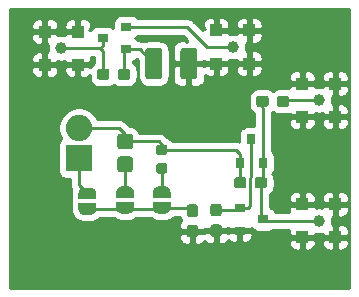
<source format=gtl>
G04 #@! TF.GenerationSoftware,KiCad,Pcbnew,(5.1.5-0)*
G04 #@! TF.CreationDate,2022-02-21T13:17:38-07:00*
G04 #@! TF.ProjectId,diode_ref,64696f64-655f-4726-9566-2e6b69636164,rev?*
G04 #@! TF.SameCoordinates,Original*
G04 #@! TF.FileFunction,Copper,L1,Top*
G04 #@! TF.FilePolarity,Positive*
%FSLAX46Y46*%
G04 Gerber Fmt 4.6, Leading zero omitted, Abs format (unit mm)*
G04 Created by KiCad (PCBNEW (5.1.5-0)) date 2022-02-21 13:17:38*
%MOMM*%
%LPD*%
G04 APERTURE LIST*
%ADD10C,0.100000*%
%ADD11R,0.900000X0.800000*%
%ADD12R,1.000000X1.000000*%
%ADD13C,1.000000*%
%ADD14R,0.800000X0.900000*%
%ADD15O,2.240000X2.240000*%
%ADD16R,2.240000X2.240000*%
%ADD17C,0.250000*%
%ADD18C,0.254000*%
G04 APERTURE END LIST*
G04 #@! TA.AperFunction,SMDPad,CuDef*
D10*
G36*
X118860779Y-65726144D02*
G01*
X118883834Y-65729563D01*
X118906443Y-65735227D01*
X118928387Y-65743079D01*
X118949457Y-65753044D01*
X118969448Y-65765026D01*
X118988168Y-65778910D01*
X119005438Y-65794562D01*
X119021090Y-65811832D01*
X119034974Y-65830552D01*
X119046956Y-65850543D01*
X119056921Y-65871613D01*
X119064773Y-65893557D01*
X119070437Y-65916166D01*
X119073856Y-65939221D01*
X119075000Y-65962500D01*
X119075000Y-66437500D01*
X119073856Y-66460779D01*
X119070437Y-66483834D01*
X119064773Y-66506443D01*
X119056921Y-66528387D01*
X119046956Y-66549457D01*
X119034974Y-66569448D01*
X119021090Y-66588168D01*
X119005438Y-66605438D01*
X118988168Y-66621090D01*
X118969448Y-66634974D01*
X118949457Y-66646956D01*
X118928387Y-66656921D01*
X118906443Y-66664773D01*
X118883834Y-66670437D01*
X118860779Y-66673856D01*
X118837500Y-66675000D01*
X118262500Y-66675000D01*
X118239221Y-66673856D01*
X118216166Y-66670437D01*
X118193557Y-66664773D01*
X118171613Y-66656921D01*
X118150543Y-66646956D01*
X118130552Y-66634974D01*
X118111832Y-66621090D01*
X118094562Y-66605438D01*
X118078910Y-66588168D01*
X118065026Y-66569448D01*
X118053044Y-66549457D01*
X118043079Y-66528387D01*
X118035227Y-66506443D01*
X118029563Y-66483834D01*
X118026144Y-66460779D01*
X118025000Y-66437500D01*
X118025000Y-65962500D01*
X118026144Y-65939221D01*
X118029563Y-65916166D01*
X118035227Y-65893557D01*
X118043079Y-65871613D01*
X118053044Y-65850543D01*
X118065026Y-65830552D01*
X118078910Y-65811832D01*
X118094562Y-65794562D01*
X118111832Y-65778910D01*
X118130552Y-65765026D01*
X118150543Y-65753044D01*
X118171613Y-65743079D01*
X118193557Y-65735227D01*
X118216166Y-65729563D01*
X118239221Y-65726144D01*
X118262500Y-65725000D01*
X118837500Y-65725000D01*
X118860779Y-65726144D01*
G37*
G04 #@! TD.AperFunction*
G04 #@! TA.AperFunction,SMDPad,CuDef*
G36*
X120610779Y-65726144D02*
G01*
X120633834Y-65729563D01*
X120656443Y-65735227D01*
X120678387Y-65743079D01*
X120699457Y-65753044D01*
X120719448Y-65765026D01*
X120738168Y-65778910D01*
X120755438Y-65794562D01*
X120771090Y-65811832D01*
X120784974Y-65830552D01*
X120796956Y-65850543D01*
X120806921Y-65871613D01*
X120814773Y-65893557D01*
X120820437Y-65916166D01*
X120823856Y-65939221D01*
X120825000Y-65962500D01*
X120825000Y-66437500D01*
X120823856Y-66460779D01*
X120820437Y-66483834D01*
X120814773Y-66506443D01*
X120806921Y-66528387D01*
X120796956Y-66549457D01*
X120784974Y-66569448D01*
X120771090Y-66588168D01*
X120755438Y-66605438D01*
X120738168Y-66621090D01*
X120719448Y-66634974D01*
X120699457Y-66646956D01*
X120678387Y-66656921D01*
X120656443Y-66664773D01*
X120633834Y-66670437D01*
X120610779Y-66673856D01*
X120587500Y-66675000D01*
X120012500Y-66675000D01*
X119989221Y-66673856D01*
X119966166Y-66670437D01*
X119943557Y-66664773D01*
X119921613Y-66656921D01*
X119900543Y-66646956D01*
X119880552Y-66634974D01*
X119861832Y-66621090D01*
X119844562Y-66605438D01*
X119828910Y-66588168D01*
X119815026Y-66569448D01*
X119803044Y-66549457D01*
X119793079Y-66528387D01*
X119785227Y-66506443D01*
X119779563Y-66483834D01*
X119776144Y-66460779D01*
X119775000Y-66437500D01*
X119775000Y-65962500D01*
X119776144Y-65939221D01*
X119779563Y-65916166D01*
X119785227Y-65893557D01*
X119793079Y-65871613D01*
X119803044Y-65850543D01*
X119815026Y-65830552D01*
X119828910Y-65811832D01*
X119844562Y-65794562D01*
X119861832Y-65778910D01*
X119880552Y-65765026D01*
X119900543Y-65753044D01*
X119921613Y-65743079D01*
X119943557Y-65735227D01*
X119966166Y-65729563D01*
X119989221Y-65726144D01*
X120012500Y-65725000D01*
X120587500Y-65725000D01*
X120610779Y-65726144D01*
G37*
G04 #@! TD.AperFunction*
D11*
X118500000Y-63150000D03*
X120500000Y-62200000D03*
X120500000Y-64100000D03*
D12*
X128100000Y-62500000D03*
X130900000Y-62500000D03*
X130900000Y-65300000D03*
X128100000Y-65300000D03*
D13*
X129500000Y-63900000D03*
D12*
X113600000Y-62600000D03*
X116400000Y-62600000D03*
X116400000Y-65400000D03*
X113600000Y-65400000D03*
D13*
X115000000Y-64000000D03*
G04 #@! TA.AperFunction,SMDPad,CuDef*
D10*
G36*
X126287004Y-63976204D02*
G01*
X126311273Y-63979804D01*
X126335071Y-63985765D01*
X126358171Y-63994030D01*
X126380349Y-64004520D01*
X126401393Y-64017133D01*
X126421098Y-64031747D01*
X126439277Y-64048223D01*
X126455753Y-64066402D01*
X126470367Y-64086107D01*
X126482980Y-64107151D01*
X126493470Y-64129329D01*
X126501735Y-64152429D01*
X126507696Y-64176227D01*
X126511296Y-64200496D01*
X126512500Y-64225000D01*
X126512500Y-66375000D01*
X126511296Y-66399504D01*
X126507696Y-66423773D01*
X126501735Y-66447571D01*
X126493470Y-66470671D01*
X126482980Y-66492849D01*
X126470367Y-66513893D01*
X126455753Y-66533598D01*
X126439277Y-66551777D01*
X126421098Y-66568253D01*
X126401393Y-66582867D01*
X126380349Y-66595480D01*
X126358171Y-66605970D01*
X126335071Y-66614235D01*
X126311273Y-66620196D01*
X126287004Y-66623796D01*
X126262500Y-66625000D01*
X125337500Y-66625000D01*
X125312996Y-66623796D01*
X125288727Y-66620196D01*
X125264929Y-66614235D01*
X125241829Y-66605970D01*
X125219651Y-66595480D01*
X125198607Y-66582867D01*
X125178902Y-66568253D01*
X125160723Y-66551777D01*
X125144247Y-66533598D01*
X125129633Y-66513893D01*
X125117020Y-66492849D01*
X125106530Y-66470671D01*
X125098265Y-66447571D01*
X125092304Y-66423773D01*
X125088704Y-66399504D01*
X125087500Y-66375000D01*
X125087500Y-64225000D01*
X125088704Y-64200496D01*
X125092304Y-64176227D01*
X125098265Y-64152429D01*
X125106530Y-64129329D01*
X125117020Y-64107151D01*
X125129633Y-64086107D01*
X125144247Y-64066402D01*
X125160723Y-64048223D01*
X125178902Y-64031747D01*
X125198607Y-64017133D01*
X125219651Y-64004520D01*
X125241829Y-63994030D01*
X125264929Y-63985765D01*
X125288727Y-63979804D01*
X125312996Y-63976204D01*
X125337500Y-63975000D01*
X126262500Y-63975000D01*
X126287004Y-63976204D01*
G37*
G04 #@! TD.AperFunction*
G04 #@! TA.AperFunction,SMDPad,CuDef*
G36*
X123312004Y-63976204D02*
G01*
X123336273Y-63979804D01*
X123360071Y-63985765D01*
X123383171Y-63994030D01*
X123405349Y-64004520D01*
X123426393Y-64017133D01*
X123446098Y-64031747D01*
X123464277Y-64048223D01*
X123480753Y-64066402D01*
X123495367Y-64086107D01*
X123507980Y-64107151D01*
X123518470Y-64129329D01*
X123526735Y-64152429D01*
X123532696Y-64176227D01*
X123536296Y-64200496D01*
X123537500Y-64225000D01*
X123537500Y-66375000D01*
X123536296Y-66399504D01*
X123532696Y-66423773D01*
X123526735Y-66447571D01*
X123518470Y-66470671D01*
X123507980Y-66492849D01*
X123495367Y-66513893D01*
X123480753Y-66533598D01*
X123464277Y-66551777D01*
X123446098Y-66568253D01*
X123426393Y-66582867D01*
X123405349Y-66595480D01*
X123383171Y-66605970D01*
X123360071Y-66614235D01*
X123336273Y-66620196D01*
X123312004Y-66623796D01*
X123287500Y-66625000D01*
X122362500Y-66625000D01*
X122337996Y-66623796D01*
X122313727Y-66620196D01*
X122289929Y-66614235D01*
X122266829Y-66605970D01*
X122244651Y-66595480D01*
X122223607Y-66582867D01*
X122203902Y-66568253D01*
X122185723Y-66551777D01*
X122169247Y-66533598D01*
X122154633Y-66513893D01*
X122142020Y-66492849D01*
X122131530Y-66470671D01*
X122123265Y-66447571D01*
X122117304Y-66423773D01*
X122113704Y-66399504D01*
X122112500Y-66375000D01*
X122112500Y-64225000D01*
X122113704Y-64200496D01*
X122117304Y-64176227D01*
X122123265Y-64152429D01*
X122131530Y-64129329D01*
X122142020Y-64107151D01*
X122154633Y-64086107D01*
X122169247Y-64066402D01*
X122185723Y-64048223D01*
X122203902Y-64031747D01*
X122223607Y-64017133D01*
X122244651Y-64004520D01*
X122266829Y-63994030D01*
X122289929Y-63985765D01*
X122313727Y-63979804D01*
X122337996Y-63976204D01*
X122362500Y-63975000D01*
X123287500Y-63975000D01*
X123312004Y-63976204D01*
G37*
G04 #@! TD.AperFunction*
D12*
X135400000Y-77200000D03*
X138200000Y-77200000D03*
X138200000Y-80000000D03*
X135400000Y-80000000D03*
D13*
X136800000Y-78600000D03*
D12*
X135400000Y-67000000D03*
X138200000Y-67000000D03*
X138200000Y-69800000D03*
X135400000Y-69800000D03*
D13*
X136800000Y-68400000D03*
G04 #@! TA.AperFunction,SMDPad,CuDef*
D10*
G36*
X128360779Y-78926144D02*
G01*
X128383834Y-78929563D01*
X128406443Y-78935227D01*
X128428387Y-78943079D01*
X128449457Y-78953044D01*
X128469448Y-78965026D01*
X128488168Y-78978910D01*
X128505438Y-78994562D01*
X128521090Y-79011832D01*
X128534974Y-79030552D01*
X128546956Y-79050543D01*
X128556921Y-79071613D01*
X128564773Y-79093557D01*
X128570437Y-79116166D01*
X128573856Y-79139221D01*
X128575000Y-79162500D01*
X128575000Y-79737500D01*
X128573856Y-79760779D01*
X128570437Y-79783834D01*
X128564773Y-79806443D01*
X128556921Y-79828387D01*
X128546956Y-79849457D01*
X128534974Y-79869448D01*
X128521090Y-79888168D01*
X128505438Y-79905438D01*
X128488168Y-79921090D01*
X128469448Y-79934974D01*
X128449457Y-79946956D01*
X128428387Y-79956921D01*
X128406443Y-79964773D01*
X128383834Y-79970437D01*
X128360779Y-79973856D01*
X128337500Y-79975000D01*
X127862500Y-79975000D01*
X127839221Y-79973856D01*
X127816166Y-79970437D01*
X127793557Y-79964773D01*
X127771613Y-79956921D01*
X127750543Y-79946956D01*
X127730552Y-79934974D01*
X127711832Y-79921090D01*
X127694562Y-79905438D01*
X127678910Y-79888168D01*
X127665026Y-79869448D01*
X127653044Y-79849457D01*
X127643079Y-79828387D01*
X127635227Y-79806443D01*
X127629563Y-79783834D01*
X127626144Y-79760779D01*
X127625000Y-79737500D01*
X127625000Y-79162500D01*
X127626144Y-79139221D01*
X127629563Y-79116166D01*
X127635227Y-79093557D01*
X127643079Y-79071613D01*
X127653044Y-79050543D01*
X127665026Y-79030552D01*
X127678910Y-79011832D01*
X127694562Y-78994562D01*
X127711832Y-78978910D01*
X127730552Y-78965026D01*
X127750543Y-78953044D01*
X127771613Y-78943079D01*
X127793557Y-78935227D01*
X127816166Y-78929563D01*
X127839221Y-78926144D01*
X127862500Y-78925000D01*
X128337500Y-78925000D01*
X128360779Y-78926144D01*
G37*
G04 #@! TD.AperFunction*
G04 #@! TA.AperFunction,SMDPad,CuDef*
G36*
X128360779Y-77176144D02*
G01*
X128383834Y-77179563D01*
X128406443Y-77185227D01*
X128428387Y-77193079D01*
X128449457Y-77203044D01*
X128469448Y-77215026D01*
X128488168Y-77228910D01*
X128505438Y-77244562D01*
X128521090Y-77261832D01*
X128534974Y-77280552D01*
X128546956Y-77300543D01*
X128556921Y-77321613D01*
X128564773Y-77343557D01*
X128570437Y-77366166D01*
X128573856Y-77389221D01*
X128575000Y-77412500D01*
X128575000Y-77987500D01*
X128573856Y-78010779D01*
X128570437Y-78033834D01*
X128564773Y-78056443D01*
X128556921Y-78078387D01*
X128546956Y-78099457D01*
X128534974Y-78119448D01*
X128521090Y-78138168D01*
X128505438Y-78155438D01*
X128488168Y-78171090D01*
X128469448Y-78184974D01*
X128449457Y-78196956D01*
X128428387Y-78206921D01*
X128406443Y-78214773D01*
X128383834Y-78220437D01*
X128360779Y-78223856D01*
X128337500Y-78225000D01*
X127862500Y-78225000D01*
X127839221Y-78223856D01*
X127816166Y-78220437D01*
X127793557Y-78214773D01*
X127771613Y-78206921D01*
X127750543Y-78196956D01*
X127730552Y-78184974D01*
X127711832Y-78171090D01*
X127694562Y-78155438D01*
X127678910Y-78138168D01*
X127665026Y-78119448D01*
X127653044Y-78099457D01*
X127643079Y-78078387D01*
X127635227Y-78056443D01*
X127629563Y-78033834D01*
X127626144Y-78010779D01*
X127625000Y-77987500D01*
X127625000Y-77412500D01*
X127626144Y-77389221D01*
X127629563Y-77366166D01*
X127635227Y-77343557D01*
X127643079Y-77321613D01*
X127653044Y-77300543D01*
X127665026Y-77280552D01*
X127678910Y-77261832D01*
X127694562Y-77244562D01*
X127711832Y-77228910D01*
X127730552Y-77215026D01*
X127750543Y-77203044D01*
X127771613Y-77193079D01*
X127793557Y-77185227D01*
X127816166Y-77179563D01*
X127839221Y-77176144D01*
X127862500Y-77175000D01*
X128337500Y-77175000D01*
X128360779Y-77176144D01*
G37*
G04 #@! TD.AperFunction*
G04 #@! TA.AperFunction,SMDPad,CuDef*
G36*
X130460779Y-74926144D02*
G01*
X130483834Y-74929563D01*
X130506443Y-74935227D01*
X130528387Y-74943079D01*
X130549457Y-74953044D01*
X130569448Y-74965026D01*
X130588168Y-74978910D01*
X130605438Y-74994562D01*
X130621090Y-75011832D01*
X130634974Y-75030552D01*
X130646956Y-75050543D01*
X130656921Y-75071613D01*
X130664773Y-75093557D01*
X130670437Y-75116166D01*
X130673856Y-75139221D01*
X130675000Y-75162500D01*
X130675000Y-75637500D01*
X130673856Y-75660779D01*
X130670437Y-75683834D01*
X130664773Y-75706443D01*
X130656921Y-75728387D01*
X130646956Y-75749457D01*
X130634974Y-75769448D01*
X130621090Y-75788168D01*
X130605438Y-75805438D01*
X130588168Y-75821090D01*
X130569448Y-75834974D01*
X130549457Y-75846956D01*
X130528387Y-75856921D01*
X130506443Y-75864773D01*
X130483834Y-75870437D01*
X130460779Y-75873856D01*
X130437500Y-75875000D01*
X129862500Y-75875000D01*
X129839221Y-75873856D01*
X129816166Y-75870437D01*
X129793557Y-75864773D01*
X129771613Y-75856921D01*
X129750543Y-75846956D01*
X129730552Y-75834974D01*
X129711832Y-75821090D01*
X129694562Y-75805438D01*
X129678910Y-75788168D01*
X129665026Y-75769448D01*
X129653044Y-75749457D01*
X129643079Y-75728387D01*
X129635227Y-75706443D01*
X129629563Y-75683834D01*
X129626144Y-75660779D01*
X129625000Y-75637500D01*
X129625000Y-75162500D01*
X129626144Y-75139221D01*
X129629563Y-75116166D01*
X129635227Y-75093557D01*
X129643079Y-75071613D01*
X129653044Y-75050543D01*
X129665026Y-75030552D01*
X129678910Y-75011832D01*
X129694562Y-74994562D01*
X129711832Y-74978910D01*
X129730552Y-74965026D01*
X129750543Y-74953044D01*
X129771613Y-74943079D01*
X129793557Y-74935227D01*
X129816166Y-74929563D01*
X129839221Y-74926144D01*
X129862500Y-74925000D01*
X130437500Y-74925000D01*
X130460779Y-74926144D01*
G37*
G04 #@! TD.AperFunction*
G04 #@! TA.AperFunction,SMDPad,CuDef*
G36*
X132210779Y-74926144D02*
G01*
X132233834Y-74929563D01*
X132256443Y-74935227D01*
X132278387Y-74943079D01*
X132299457Y-74953044D01*
X132319448Y-74965026D01*
X132338168Y-74978910D01*
X132355438Y-74994562D01*
X132371090Y-75011832D01*
X132384974Y-75030552D01*
X132396956Y-75050543D01*
X132406921Y-75071613D01*
X132414773Y-75093557D01*
X132420437Y-75116166D01*
X132423856Y-75139221D01*
X132425000Y-75162500D01*
X132425000Y-75637500D01*
X132423856Y-75660779D01*
X132420437Y-75683834D01*
X132414773Y-75706443D01*
X132406921Y-75728387D01*
X132396956Y-75749457D01*
X132384974Y-75769448D01*
X132371090Y-75788168D01*
X132355438Y-75805438D01*
X132338168Y-75821090D01*
X132319448Y-75834974D01*
X132299457Y-75846956D01*
X132278387Y-75856921D01*
X132256443Y-75864773D01*
X132233834Y-75870437D01*
X132210779Y-75873856D01*
X132187500Y-75875000D01*
X131612500Y-75875000D01*
X131589221Y-75873856D01*
X131566166Y-75870437D01*
X131543557Y-75864773D01*
X131521613Y-75856921D01*
X131500543Y-75846956D01*
X131480552Y-75834974D01*
X131461832Y-75821090D01*
X131444562Y-75805438D01*
X131428910Y-75788168D01*
X131415026Y-75769448D01*
X131403044Y-75749457D01*
X131393079Y-75728387D01*
X131385227Y-75706443D01*
X131379563Y-75683834D01*
X131376144Y-75660779D01*
X131375000Y-75637500D01*
X131375000Y-75162500D01*
X131376144Y-75139221D01*
X131379563Y-75116166D01*
X131385227Y-75093557D01*
X131393079Y-75071613D01*
X131403044Y-75050543D01*
X131415026Y-75030552D01*
X131428910Y-75011832D01*
X131444562Y-74994562D01*
X131461832Y-74978910D01*
X131480552Y-74965026D01*
X131500543Y-74953044D01*
X131521613Y-74943079D01*
X131543557Y-74935227D01*
X131566166Y-74929563D01*
X131589221Y-74926144D01*
X131612500Y-74925000D01*
X132187500Y-74925000D01*
X132210779Y-74926144D01*
G37*
G04 #@! TD.AperFunction*
G04 #@! TA.AperFunction,SMDPad,CuDef*
G36*
X134085779Y-68026144D02*
G01*
X134108834Y-68029563D01*
X134131443Y-68035227D01*
X134153387Y-68043079D01*
X134174457Y-68053044D01*
X134194448Y-68065026D01*
X134213168Y-68078910D01*
X134230438Y-68094562D01*
X134246090Y-68111832D01*
X134259974Y-68130552D01*
X134271956Y-68150543D01*
X134281921Y-68171613D01*
X134289773Y-68193557D01*
X134295437Y-68216166D01*
X134298856Y-68239221D01*
X134300000Y-68262500D01*
X134300000Y-68737500D01*
X134298856Y-68760779D01*
X134295437Y-68783834D01*
X134289773Y-68806443D01*
X134281921Y-68828387D01*
X134271956Y-68849457D01*
X134259974Y-68869448D01*
X134246090Y-68888168D01*
X134230438Y-68905438D01*
X134213168Y-68921090D01*
X134194448Y-68934974D01*
X134174457Y-68946956D01*
X134153387Y-68956921D01*
X134131443Y-68964773D01*
X134108834Y-68970437D01*
X134085779Y-68973856D01*
X134062500Y-68975000D01*
X133487500Y-68975000D01*
X133464221Y-68973856D01*
X133441166Y-68970437D01*
X133418557Y-68964773D01*
X133396613Y-68956921D01*
X133375543Y-68946956D01*
X133355552Y-68934974D01*
X133336832Y-68921090D01*
X133319562Y-68905438D01*
X133303910Y-68888168D01*
X133290026Y-68869448D01*
X133278044Y-68849457D01*
X133268079Y-68828387D01*
X133260227Y-68806443D01*
X133254563Y-68783834D01*
X133251144Y-68760779D01*
X133250000Y-68737500D01*
X133250000Y-68262500D01*
X133251144Y-68239221D01*
X133254563Y-68216166D01*
X133260227Y-68193557D01*
X133268079Y-68171613D01*
X133278044Y-68150543D01*
X133290026Y-68130552D01*
X133303910Y-68111832D01*
X133319562Y-68094562D01*
X133336832Y-68078910D01*
X133355552Y-68065026D01*
X133375543Y-68053044D01*
X133396613Y-68043079D01*
X133418557Y-68035227D01*
X133441166Y-68029563D01*
X133464221Y-68026144D01*
X133487500Y-68025000D01*
X134062500Y-68025000D01*
X134085779Y-68026144D01*
G37*
G04 #@! TD.AperFunction*
G04 #@! TA.AperFunction,SMDPad,CuDef*
G36*
X132335779Y-68026144D02*
G01*
X132358834Y-68029563D01*
X132381443Y-68035227D01*
X132403387Y-68043079D01*
X132424457Y-68053044D01*
X132444448Y-68065026D01*
X132463168Y-68078910D01*
X132480438Y-68094562D01*
X132496090Y-68111832D01*
X132509974Y-68130552D01*
X132521956Y-68150543D01*
X132531921Y-68171613D01*
X132539773Y-68193557D01*
X132545437Y-68216166D01*
X132548856Y-68239221D01*
X132550000Y-68262500D01*
X132550000Y-68737500D01*
X132548856Y-68760779D01*
X132545437Y-68783834D01*
X132539773Y-68806443D01*
X132531921Y-68828387D01*
X132521956Y-68849457D01*
X132509974Y-68869448D01*
X132496090Y-68888168D01*
X132480438Y-68905438D01*
X132463168Y-68921090D01*
X132444448Y-68934974D01*
X132424457Y-68946956D01*
X132403387Y-68956921D01*
X132381443Y-68964773D01*
X132358834Y-68970437D01*
X132335779Y-68973856D01*
X132312500Y-68975000D01*
X131737500Y-68975000D01*
X131714221Y-68973856D01*
X131691166Y-68970437D01*
X131668557Y-68964773D01*
X131646613Y-68956921D01*
X131625543Y-68946956D01*
X131605552Y-68934974D01*
X131586832Y-68921090D01*
X131569562Y-68905438D01*
X131553910Y-68888168D01*
X131540026Y-68869448D01*
X131528044Y-68849457D01*
X131518079Y-68828387D01*
X131510227Y-68806443D01*
X131504563Y-68783834D01*
X131501144Y-68760779D01*
X131500000Y-68737500D01*
X131500000Y-68262500D01*
X131501144Y-68239221D01*
X131504563Y-68216166D01*
X131510227Y-68193557D01*
X131518079Y-68171613D01*
X131528044Y-68150543D01*
X131540026Y-68130552D01*
X131553910Y-68111832D01*
X131569562Y-68094562D01*
X131586832Y-68078910D01*
X131605552Y-68065026D01*
X131625543Y-68053044D01*
X131646613Y-68043079D01*
X131668557Y-68035227D01*
X131691166Y-68029563D01*
X131714221Y-68026144D01*
X131737500Y-68025000D01*
X132312500Y-68025000D01*
X132335779Y-68026144D01*
G37*
G04 #@! TD.AperFunction*
G04 #@! TA.AperFunction,SMDPad,CuDef*
G36*
X126360779Y-78976144D02*
G01*
X126383834Y-78979563D01*
X126406443Y-78985227D01*
X126428387Y-78993079D01*
X126449457Y-79003044D01*
X126469448Y-79015026D01*
X126488168Y-79028910D01*
X126505438Y-79044562D01*
X126521090Y-79061832D01*
X126534974Y-79080552D01*
X126546956Y-79100543D01*
X126556921Y-79121613D01*
X126564773Y-79143557D01*
X126570437Y-79166166D01*
X126573856Y-79189221D01*
X126575000Y-79212500D01*
X126575000Y-79787500D01*
X126573856Y-79810779D01*
X126570437Y-79833834D01*
X126564773Y-79856443D01*
X126556921Y-79878387D01*
X126546956Y-79899457D01*
X126534974Y-79919448D01*
X126521090Y-79938168D01*
X126505438Y-79955438D01*
X126488168Y-79971090D01*
X126469448Y-79984974D01*
X126449457Y-79996956D01*
X126428387Y-80006921D01*
X126406443Y-80014773D01*
X126383834Y-80020437D01*
X126360779Y-80023856D01*
X126337500Y-80025000D01*
X125862500Y-80025000D01*
X125839221Y-80023856D01*
X125816166Y-80020437D01*
X125793557Y-80014773D01*
X125771613Y-80006921D01*
X125750543Y-79996956D01*
X125730552Y-79984974D01*
X125711832Y-79971090D01*
X125694562Y-79955438D01*
X125678910Y-79938168D01*
X125665026Y-79919448D01*
X125653044Y-79899457D01*
X125643079Y-79878387D01*
X125635227Y-79856443D01*
X125629563Y-79833834D01*
X125626144Y-79810779D01*
X125625000Y-79787500D01*
X125625000Y-79212500D01*
X125626144Y-79189221D01*
X125629563Y-79166166D01*
X125635227Y-79143557D01*
X125643079Y-79121613D01*
X125653044Y-79100543D01*
X125665026Y-79080552D01*
X125678910Y-79061832D01*
X125694562Y-79044562D01*
X125711832Y-79028910D01*
X125730552Y-79015026D01*
X125750543Y-79003044D01*
X125771613Y-78993079D01*
X125793557Y-78985227D01*
X125816166Y-78979563D01*
X125839221Y-78976144D01*
X125862500Y-78975000D01*
X126337500Y-78975000D01*
X126360779Y-78976144D01*
G37*
G04 #@! TD.AperFunction*
G04 #@! TA.AperFunction,SMDPad,CuDef*
G36*
X126360779Y-77226144D02*
G01*
X126383834Y-77229563D01*
X126406443Y-77235227D01*
X126428387Y-77243079D01*
X126449457Y-77253044D01*
X126469448Y-77265026D01*
X126488168Y-77278910D01*
X126505438Y-77294562D01*
X126521090Y-77311832D01*
X126534974Y-77330552D01*
X126546956Y-77350543D01*
X126556921Y-77371613D01*
X126564773Y-77393557D01*
X126570437Y-77416166D01*
X126573856Y-77439221D01*
X126575000Y-77462500D01*
X126575000Y-78037500D01*
X126573856Y-78060779D01*
X126570437Y-78083834D01*
X126564773Y-78106443D01*
X126556921Y-78128387D01*
X126546956Y-78149457D01*
X126534974Y-78169448D01*
X126521090Y-78188168D01*
X126505438Y-78205438D01*
X126488168Y-78221090D01*
X126469448Y-78234974D01*
X126449457Y-78246956D01*
X126428387Y-78256921D01*
X126406443Y-78264773D01*
X126383834Y-78270437D01*
X126360779Y-78273856D01*
X126337500Y-78275000D01*
X125862500Y-78275000D01*
X125839221Y-78273856D01*
X125816166Y-78270437D01*
X125793557Y-78264773D01*
X125771613Y-78256921D01*
X125750543Y-78246956D01*
X125730552Y-78234974D01*
X125711832Y-78221090D01*
X125694562Y-78205438D01*
X125678910Y-78188168D01*
X125665026Y-78169448D01*
X125653044Y-78149457D01*
X125643079Y-78128387D01*
X125635227Y-78106443D01*
X125629563Y-78083834D01*
X125626144Y-78060779D01*
X125625000Y-78037500D01*
X125625000Y-77462500D01*
X125626144Y-77439221D01*
X125629563Y-77416166D01*
X125635227Y-77393557D01*
X125643079Y-77371613D01*
X125653044Y-77350543D01*
X125665026Y-77330552D01*
X125678910Y-77311832D01*
X125694562Y-77294562D01*
X125711832Y-77278910D01*
X125730552Y-77265026D01*
X125750543Y-77253044D01*
X125771613Y-77243079D01*
X125793557Y-77235227D01*
X125816166Y-77229563D01*
X125839221Y-77226144D01*
X125862500Y-77225000D01*
X126337500Y-77225000D01*
X126360779Y-77226144D01*
G37*
G04 #@! TD.AperFunction*
D11*
X132100000Y-78500000D03*
X130100000Y-79450000D03*
X130100000Y-77550000D03*
D14*
X131100000Y-71700000D03*
X132050000Y-73700000D03*
X130150000Y-73700000D03*
G04 #@! TA.AperFunction,SMDPad,CuDef*
D10*
G36*
X124249398Y-77500000D02*
G01*
X124249398Y-77524534D01*
X124244588Y-77573365D01*
X124235016Y-77621490D01*
X124220772Y-77668445D01*
X124201995Y-77713778D01*
X124178864Y-77757051D01*
X124151604Y-77797850D01*
X124120476Y-77835779D01*
X124085779Y-77870476D01*
X124047850Y-77901604D01*
X124007051Y-77928864D01*
X123963778Y-77951995D01*
X123918445Y-77970772D01*
X123871490Y-77985016D01*
X123823365Y-77994588D01*
X123774534Y-77999398D01*
X123750000Y-77999398D01*
X123750000Y-78000000D01*
X123250000Y-78000000D01*
X123250000Y-77999398D01*
X123225466Y-77999398D01*
X123176635Y-77994588D01*
X123128510Y-77985016D01*
X123081555Y-77970772D01*
X123036222Y-77951995D01*
X122992949Y-77928864D01*
X122952150Y-77901604D01*
X122914221Y-77870476D01*
X122879524Y-77835779D01*
X122848396Y-77797850D01*
X122821136Y-77757051D01*
X122798005Y-77713778D01*
X122779228Y-77668445D01*
X122764984Y-77621490D01*
X122755412Y-77573365D01*
X122750602Y-77524534D01*
X122750602Y-77500000D01*
X122750000Y-77500000D01*
X122750000Y-77000000D01*
X124250000Y-77000000D01*
X124250000Y-77500000D01*
X124249398Y-77500000D01*
G37*
G04 #@! TD.AperFunction*
G04 #@! TA.AperFunction,SMDPad,CuDef*
G36*
X122750000Y-76700000D02*
G01*
X122750000Y-76200000D01*
X122750602Y-76200000D01*
X122750602Y-76175466D01*
X122755412Y-76126635D01*
X122764984Y-76078510D01*
X122779228Y-76031555D01*
X122798005Y-75986222D01*
X122821136Y-75942949D01*
X122848396Y-75902150D01*
X122879524Y-75864221D01*
X122914221Y-75829524D01*
X122952150Y-75798396D01*
X122992949Y-75771136D01*
X123036222Y-75748005D01*
X123081555Y-75729228D01*
X123128510Y-75714984D01*
X123176635Y-75705412D01*
X123225466Y-75700602D01*
X123250000Y-75700602D01*
X123250000Y-75700000D01*
X123750000Y-75700000D01*
X123750000Y-75700602D01*
X123774534Y-75700602D01*
X123823365Y-75705412D01*
X123871490Y-75714984D01*
X123918445Y-75729228D01*
X123963778Y-75748005D01*
X124007051Y-75771136D01*
X124047850Y-75798396D01*
X124085779Y-75829524D01*
X124120476Y-75864221D01*
X124151604Y-75902150D01*
X124178864Y-75942949D01*
X124201995Y-75986222D01*
X124220772Y-76031555D01*
X124235016Y-76078510D01*
X124244588Y-76126635D01*
X124249398Y-76175466D01*
X124249398Y-76200000D01*
X124250000Y-76200000D01*
X124250000Y-76700000D01*
X122750000Y-76700000D01*
G37*
G04 #@! TD.AperFunction*
G04 #@! TA.AperFunction,SMDPad,CuDef*
G36*
X121149398Y-77500000D02*
G01*
X121149398Y-77524534D01*
X121144588Y-77573365D01*
X121135016Y-77621490D01*
X121120772Y-77668445D01*
X121101995Y-77713778D01*
X121078864Y-77757051D01*
X121051604Y-77797850D01*
X121020476Y-77835779D01*
X120985779Y-77870476D01*
X120947850Y-77901604D01*
X120907051Y-77928864D01*
X120863778Y-77951995D01*
X120818445Y-77970772D01*
X120771490Y-77985016D01*
X120723365Y-77994588D01*
X120674534Y-77999398D01*
X120650000Y-77999398D01*
X120650000Y-78000000D01*
X120150000Y-78000000D01*
X120150000Y-77999398D01*
X120125466Y-77999398D01*
X120076635Y-77994588D01*
X120028510Y-77985016D01*
X119981555Y-77970772D01*
X119936222Y-77951995D01*
X119892949Y-77928864D01*
X119852150Y-77901604D01*
X119814221Y-77870476D01*
X119779524Y-77835779D01*
X119748396Y-77797850D01*
X119721136Y-77757051D01*
X119698005Y-77713778D01*
X119679228Y-77668445D01*
X119664984Y-77621490D01*
X119655412Y-77573365D01*
X119650602Y-77524534D01*
X119650602Y-77500000D01*
X119650000Y-77500000D01*
X119650000Y-77000000D01*
X121150000Y-77000000D01*
X121150000Y-77500000D01*
X121149398Y-77500000D01*
G37*
G04 #@! TD.AperFunction*
G04 #@! TA.AperFunction,SMDPad,CuDef*
G36*
X119650000Y-76700000D02*
G01*
X119650000Y-76200000D01*
X119650602Y-76200000D01*
X119650602Y-76175466D01*
X119655412Y-76126635D01*
X119664984Y-76078510D01*
X119679228Y-76031555D01*
X119698005Y-75986222D01*
X119721136Y-75942949D01*
X119748396Y-75902150D01*
X119779524Y-75864221D01*
X119814221Y-75829524D01*
X119852150Y-75798396D01*
X119892949Y-75771136D01*
X119936222Y-75748005D01*
X119981555Y-75729228D01*
X120028510Y-75714984D01*
X120076635Y-75705412D01*
X120125466Y-75700602D01*
X120150000Y-75700602D01*
X120150000Y-75700000D01*
X120650000Y-75700000D01*
X120650000Y-75700602D01*
X120674534Y-75700602D01*
X120723365Y-75705412D01*
X120771490Y-75714984D01*
X120818445Y-75729228D01*
X120863778Y-75748005D01*
X120907051Y-75771136D01*
X120947850Y-75798396D01*
X120985779Y-75829524D01*
X121020476Y-75864221D01*
X121051604Y-75902150D01*
X121078864Y-75942949D01*
X121101995Y-75986222D01*
X121120772Y-76031555D01*
X121135016Y-76078510D01*
X121144588Y-76126635D01*
X121149398Y-76175466D01*
X121149398Y-76200000D01*
X121150000Y-76200000D01*
X121150000Y-76700000D01*
X119650000Y-76700000D01*
G37*
G04 #@! TD.AperFunction*
G04 #@! TA.AperFunction,SMDPad,CuDef*
G36*
X117949398Y-77600000D02*
G01*
X117949398Y-77624534D01*
X117944588Y-77673365D01*
X117935016Y-77721490D01*
X117920772Y-77768445D01*
X117901995Y-77813778D01*
X117878864Y-77857051D01*
X117851604Y-77897850D01*
X117820476Y-77935779D01*
X117785779Y-77970476D01*
X117747850Y-78001604D01*
X117707051Y-78028864D01*
X117663778Y-78051995D01*
X117618445Y-78070772D01*
X117571490Y-78085016D01*
X117523365Y-78094588D01*
X117474534Y-78099398D01*
X117450000Y-78099398D01*
X117450000Y-78100000D01*
X116950000Y-78100000D01*
X116950000Y-78099398D01*
X116925466Y-78099398D01*
X116876635Y-78094588D01*
X116828510Y-78085016D01*
X116781555Y-78070772D01*
X116736222Y-78051995D01*
X116692949Y-78028864D01*
X116652150Y-78001604D01*
X116614221Y-77970476D01*
X116579524Y-77935779D01*
X116548396Y-77897850D01*
X116521136Y-77857051D01*
X116498005Y-77813778D01*
X116479228Y-77768445D01*
X116464984Y-77721490D01*
X116455412Y-77673365D01*
X116450602Y-77624534D01*
X116450602Y-77600000D01*
X116450000Y-77600000D01*
X116450000Y-77100000D01*
X117950000Y-77100000D01*
X117950000Y-77600000D01*
X117949398Y-77600000D01*
G37*
G04 #@! TD.AperFunction*
G04 #@! TA.AperFunction,SMDPad,CuDef*
G36*
X116450000Y-76800000D02*
G01*
X116450000Y-76300000D01*
X116450602Y-76300000D01*
X116450602Y-76275466D01*
X116455412Y-76226635D01*
X116464984Y-76178510D01*
X116479228Y-76131555D01*
X116498005Y-76086222D01*
X116521136Y-76042949D01*
X116548396Y-76002150D01*
X116579524Y-75964221D01*
X116614221Y-75929524D01*
X116652150Y-75898396D01*
X116692949Y-75871136D01*
X116736222Y-75848005D01*
X116781555Y-75829228D01*
X116828510Y-75814984D01*
X116876635Y-75805412D01*
X116925466Y-75800602D01*
X116950000Y-75800602D01*
X116950000Y-75800000D01*
X117450000Y-75800000D01*
X117450000Y-75800602D01*
X117474534Y-75800602D01*
X117523365Y-75805412D01*
X117571490Y-75814984D01*
X117618445Y-75829228D01*
X117663778Y-75848005D01*
X117707051Y-75871136D01*
X117747850Y-75898396D01*
X117785779Y-75929524D01*
X117820476Y-75964221D01*
X117851604Y-76002150D01*
X117878864Y-76042949D01*
X117901995Y-76086222D01*
X117920772Y-76131555D01*
X117935016Y-76178510D01*
X117944588Y-76226635D01*
X117949398Y-76275466D01*
X117949398Y-76300000D01*
X117950000Y-76300000D01*
X117950000Y-76800000D01*
X116450000Y-76800000D01*
G37*
G04 #@! TD.AperFunction*
G04 #@! TA.AperFunction,SMDPad,CuDef*
G36*
X123777691Y-72163553D02*
G01*
X123798926Y-72166703D01*
X123819750Y-72171919D01*
X123839962Y-72179151D01*
X123859368Y-72188330D01*
X123877781Y-72199366D01*
X123895024Y-72212154D01*
X123910930Y-72226570D01*
X123925346Y-72242476D01*
X123938134Y-72259719D01*
X123949170Y-72278132D01*
X123958349Y-72297538D01*
X123965581Y-72317750D01*
X123970797Y-72338574D01*
X123973947Y-72359809D01*
X123975000Y-72381250D01*
X123975000Y-72818750D01*
X123973947Y-72840191D01*
X123970797Y-72861426D01*
X123965581Y-72882250D01*
X123958349Y-72902462D01*
X123949170Y-72921868D01*
X123938134Y-72940281D01*
X123925346Y-72957524D01*
X123910930Y-72973430D01*
X123895024Y-72987846D01*
X123877781Y-73000634D01*
X123859368Y-73011670D01*
X123839962Y-73020849D01*
X123819750Y-73028081D01*
X123798926Y-73033297D01*
X123777691Y-73036447D01*
X123756250Y-73037500D01*
X123243750Y-73037500D01*
X123222309Y-73036447D01*
X123201074Y-73033297D01*
X123180250Y-73028081D01*
X123160038Y-73020849D01*
X123140632Y-73011670D01*
X123122219Y-73000634D01*
X123104976Y-72987846D01*
X123089070Y-72973430D01*
X123074654Y-72957524D01*
X123061866Y-72940281D01*
X123050830Y-72921868D01*
X123041651Y-72902462D01*
X123034419Y-72882250D01*
X123029203Y-72861426D01*
X123026053Y-72840191D01*
X123025000Y-72818750D01*
X123025000Y-72381250D01*
X123026053Y-72359809D01*
X123029203Y-72338574D01*
X123034419Y-72317750D01*
X123041651Y-72297538D01*
X123050830Y-72278132D01*
X123061866Y-72259719D01*
X123074654Y-72242476D01*
X123089070Y-72226570D01*
X123104976Y-72212154D01*
X123122219Y-72199366D01*
X123140632Y-72188330D01*
X123160038Y-72179151D01*
X123180250Y-72171919D01*
X123201074Y-72166703D01*
X123222309Y-72163553D01*
X123243750Y-72162500D01*
X123756250Y-72162500D01*
X123777691Y-72163553D01*
G37*
G04 #@! TD.AperFunction*
G04 #@! TA.AperFunction,SMDPad,CuDef*
G36*
X123777691Y-73738553D02*
G01*
X123798926Y-73741703D01*
X123819750Y-73746919D01*
X123839962Y-73754151D01*
X123859368Y-73763330D01*
X123877781Y-73774366D01*
X123895024Y-73787154D01*
X123910930Y-73801570D01*
X123925346Y-73817476D01*
X123938134Y-73834719D01*
X123949170Y-73853132D01*
X123958349Y-73872538D01*
X123965581Y-73892750D01*
X123970797Y-73913574D01*
X123973947Y-73934809D01*
X123975000Y-73956250D01*
X123975000Y-74393750D01*
X123973947Y-74415191D01*
X123970797Y-74436426D01*
X123965581Y-74457250D01*
X123958349Y-74477462D01*
X123949170Y-74496868D01*
X123938134Y-74515281D01*
X123925346Y-74532524D01*
X123910930Y-74548430D01*
X123895024Y-74562846D01*
X123877781Y-74575634D01*
X123859368Y-74586670D01*
X123839962Y-74595849D01*
X123819750Y-74603081D01*
X123798926Y-74608297D01*
X123777691Y-74611447D01*
X123756250Y-74612500D01*
X123243750Y-74612500D01*
X123222309Y-74611447D01*
X123201074Y-74608297D01*
X123180250Y-74603081D01*
X123160038Y-74595849D01*
X123140632Y-74586670D01*
X123122219Y-74575634D01*
X123104976Y-74562846D01*
X123089070Y-74548430D01*
X123074654Y-74532524D01*
X123061866Y-74515281D01*
X123050830Y-74496868D01*
X123041651Y-74477462D01*
X123034419Y-74457250D01*
X123029203Y-74436426D01*
X123026053Y-74415191D01*
X123025000Y-74393750D01*
X123025000Y-73956250D01*
X123026053Y-73934809D01*
X123029203Y-73913574D01*
X123034419Y-73892750D01*
X123041651Y-73872538D01*
X123050830Y-73853132D01*
X123061866Y-73834719D01*
X123074654Y-73817476D01*
X123089070Y-73801570D01*
X123104976Y-73787154D01*
X123122219Y-73774366D01*
X123140632Y-73763330D01*
X123160038Y-73754151D01*
X123180250Y-73746919D01*
X123201074Y-73741703D01*
X123222309Y-73738553D01*
X123243750Y-73737500D01*
X123756250Y-73737500D01*
X123777691Y-73738553D01*
G37*
G04 #@! TD.AperFunction*
G04 #@! TA.AperFunction,SMDPad,CuDef*
G36*
X120824504Y-71238704D02*
G01*
X120848773Y-71242304D01*
X120872571Y-71248265D01*
X120895671Y-71256530D01*
X120917849Y-71267020D01*
X120938893Y-71279633D01*
X120958598Y-71294247D01*
X120976777Y-71310723D01*
X120993253Y-71328902D01*
X121007867Y-71348607D01*
X121020480Y-71369651D01*
X121030970Y-71391829D01*
X121039235Y-71414929D01*
X121045196Y-71438727D01*
X121048796Y-71462996D01*
X121050000Y-71487500D01*
X121050000Y-72312500D01*
X121048796Y-72337004D01*
X121045196Y-72361273D01*
X121039235Y-72385071D01*
X121030970Y-72408171D01*
X121020480Y-72430349D01*
X121007867Y-72451393D01*
X120993253Y-72471098D01*
X120976777Y-72489277D01*
X120958598Y-72505753D01*
X120938893Y-72520367D01*
X120917849Y-72532980D01*
X120895671Y-72543470D01*
X120872571Y-72551735D01*
X120848773Y-72557696D01*
X120824504Y-72561296D01*
X120800000Y-72562500D01*
X120000000Y-72562500D01*
X119975496Y-72561296D01*
X119951227Y-72557696D01*
X119927429Y-72551735D01*
X119904329Y-72543470D01*
X119882151Y-72532980D01*
X119861107Y-72520367D01*
X119841402Y-72505753D01*
X119823223Y-72489277D01*
X119806747Y-72471098D01*
X119792133Y-72451393D01*
X119779520Y-72430349D01*
X119769030Y-72408171D01*
X119760765Y-72385071D01*
X119754804Y-72361273D01*
X119751204Y-72337004D01*
X119750000Y-72312500D01*
X119750000Y-71487500D01*
X119751204Y-71462996D01*
X119754804Y-71438727D01*
X119760765Y-71414929D01*
X119769030Y-71391829D01*
X119779520Y-71369651D01*
X119792133Y-71348607D01*
X119806747Y-71328902D01*
X119823223Y-71310723D01*
X119841402Y-71294247D01*
X119861107Y-71279633D01*
X119882151Y-71267020D01*
X119904329Y-71256530D01*
X119927429Y-71248265D01*
X119951227Y-71242304D01*
X119975496Y-71238704D01*
X120000000Y-71237500D01*
X120800000Y-71237500D01*
X120824504Y-71238704D01*
G37*
G04 #@! TD.AperFunction*
G04 #@! TA.AperFunction,SMDPad,CuDef*
G36*
X120824504Y-73163704D02*
G01*
X120848773Y-73167304D01*
X120872571Y-73173265D01*
X120895671Y-73181530D01*
X120917849Y-73192020D01*
X120938893Y-73204633D01*
X120958598Y-73219247D01*
X120976777Y-73235723D01*
X120993253Y-73253902D01*
X121007867Y-73273607D01*
X121020480Y-73294651D01*
X121030970Y-73316829D01*
X121039235Y-73339929D01*
X121045196Y-73363727D01*
X121048796Y-73387996D01*
X121050000Y-73412500D01*
X121050000Y-74237500D01*
X121048796Y-74262004D01*
X121045196Y-74286273D01*
X121039235Y-74310071D01*
X121030970Y-74333171D01*
X121020480Y-74355349D01*
X121007867Y-74376393D01*
X120993253Y-74396098D01*
X120976777Y-74414277D01*
X120958598Y-74430753D01*
X120938893Y-74445367D01*
X120917849Y-74457980D01*
X120895671Y-74468470D01*
X120872571Y-74476735D01*
X120848773Y-74482696D01*
X120824504Y-74486296D01*
X120800000Y-74487500D01*
X120000000Y-74487500D01*
X119975496Y-74486296D01*
X119951227Y-74482696D01*
X119927429Y-74476735D01*
X119904329Y-74468470D01*
X119882151Y-74457980D01*
X119861107Y-74445367D01*
X119841402Y-74430753D01*
X119823223Y-74414277D01*
X119806747Y-74396098D01*
X119792133Y-74376393D01*
X119779520Y-74355349D01*
X119769030Y-74333171D01*
X119760765Y-74310071D01*
X119754804Y-74286273D01*
X119751204Y-74262004D01*
X119750000Y-74237500D01*
X119750000Y-73412500D01*
X119751204Y-73387996D01*
X119754804Y-73363727D01*
X119760765Y-73339929D01*
X119769030Y-73316829D01*
X119779520Y-73294651D01*
X119792133Y-73273607D01*
X119806747Y-73253902D01*
X119823223Y-73235723D01*
X119841402Y-73219247D01*
X119861107Y-73204633D01*
X119882151Y-73192020D01*
X119904329Y-73181530D01*
X119927429Y-73173265D01*
X119951227Y-73167304D01*
X119975496Y-73163704D01*
X120000000Y-73162500D01*
X120800000Y-73162500D01*
X120824504Y-73163704D01*
G37*
G04 #@! TD.AperFunction*
D15*
X116500000Y-70760000D03*
D16*
X116500000Y-73300000D03*
D17*
X133875000Y-68400000D02*
X133775000Y-68500000D01*
X136800000Y-68400000D02*
X133875000Y-68400000D01*
X120400000Y-71237500D02*
X120400000Y-71900000D01*
X119922500Y-70760000D02*
X120400000Y-71237500D01*
X116500000Y-70760000D02*
X119922500Y-70760000D01*
X123500000Y-72162500D02*
X123500000Y-72600000D01*
X123237500Y-71900000D02*
X123500000Y-72162500D01*
X120400000Y-71900000D02*
X123237500Y-71900000D01*
X130150000Y-73000000D02*
X130150000Y-73700000D01*
X129750000Y-72600000D02*
X130150000Y-73000000D01*
X123500000Y-72600000D02*
X129750000Y-72600000D01*
X130150000Y-75400000D02*
X130150000Y-73700000D01*
X116500000Y-75600000D02*
X117200000Y-76300000D01*
X116500000Y-73300000D02*
X116500000Y-75600000D01*
X120400000Y-73825000D02*
X120400000Y-76200000D01*
X123500000Y-74175000D02*
X123500000Y-76200000D01*
X123400000Y-77600000D02*
X123500000Y-77500000D01*
X117200000Y-77600000D02*
X123400000Y-77600000D01*
X125850000Y-77500000D02*
X126100000Y-77750000D01*
X123500000Y-77500000D02*
X125850000Y-77500000D01*
X132050000Y-75250000D02*
X131900000Y-75400000D01*
X132050000Y-73700000D02*
X132050000Y-75250000D01*
X131900000Y-78300000D02*
X132100000Y-78500000D01*
X131900000Y-75400000D02*
X131900000Y-78300000D01*
X132200000Y-78600000D02*
X132100000Y-78500000D01*
X136800000Y-78600000D02*
X132200000Y-78600000D01*
X132075000Y-73675000D02*
X132050000Y-73700000D01*
X132075000Y-69025000D02*
X132075000Y-73675000D01*
X132025000Y-68975000D02*
X132075000Y-69025000D01*
X132025000Y-68500000D02*
X132025000Y-68975000D01*
X129950000Y-77700000D02*
X130100000Y-77550000D01*
X128100000Y-77700000D02*
X129950000Y-77700000D01*
X130800000Y-77550000D02*
X130100000Y-77550000D01*
X131000010Y-77349990D02*
X130800000Y-77550000D01*
X131000010Y-74999990D02*
X131000010Y-77349990D01*
X131100000Y-74900000D02*
X131000010Y-74999990D01*
X131100000Y-71700000D02*
X131100000Y-74900000D01*
X120300000Y-64300000D02*
X120500000Y-64100000D01*
X120300000Y-66200000D02*
X120300000Y-64300000D01*
X121625000Y-64100000D02*
X122825000Y-65300000D01*
X120500000Y-64100000D02*
X121625000Y-64100000D01*
X118500000Y-63800000D02*
X118500000Y-63150000D01*
X118300000Y-64000000D02*
X118500000Y-63800000D01*
X115000000Y-64000000D02*
X118300000Y-64000000D01*
X118550000Y-64250000D02*
X118550000Y-66200000D01*
X118300000Y-64000000D02*
X118550000Y-64250000D01*
X120500000Y-62200000D02*
X125600000Y-62200000D01*
X127300000Y-63900000D02*
X129500000Y-63900000D01*
X125600000Y-62200000D02*
X127300000Y-63900000D01*
D18*
G36*
X139340001Y-84340000D02*
G01*
X110660000Y-84340000D01*
X110660000Y-80025000D01*
X124986928Y-80025000D01*
X124999188Y-80149482D01*
X125035498Y-80269180D01*
X125094463Y-80379494D01*
X125173815Y-80476185D01*
X125270506Y-80555537D01*
X125380820Y-80614502D01*
X125500518Y-80650812D01*
X125625000Y-80663072D01*
X125814250Y-80660000D01*
X125973000Y-80501250D01*
X125973000Y-79627000D01*
X126227000Y-79627000D01*
X126227000Y-80501250D01*
X126385750Y-80660000D01*
X126575000Y-80663072D01*
X126699482Y-80650812D01*
X126819180Y-80614502D01*
X126929494Y-80555537D01*
X127026185Y-80476185D01*
X127105537Y-80379494D01*
X127117354Y-80357387D01*
X127173815Y-80426185D01*
X127270506Y-80505537D01*
X127380820Y-80564502D01*
X127500518Y-80600812D01*
X127625000Y-80613072D01*
X127814250Y-80610000D01*
X127973000Y-80451250D01*
X127973000Y-79577000D01*
X128227000Y-79577000D01*
X128227000Y-80451250D01*
X128385750Y-80610000D01*
X128575000Y-80613072D01*
X128699482Y-80600812D01*
X128819180Y-80564502D01*
X128929494Y-80505537D01*
X128936240Y-80500000D01*
X134261928Y-80500000D01*
X134274188Y-80624482D01*
X134310498Y-80744180D01*
X134369463Y-80854494D01*
X134448815Y-80951185D01*
X134545506Y-81030537D01*
X134655820Y-81089502D01*
X134775518Y-81125812D01*
X134900000Y-81138072D01*
X135114250Y-81135000D01*
X135273000Y-80976250D01*
X135273000Y-80127000D01*
X135527000Y-80127000D01*
X135527000Y-80976250D01*
X135685750Y-81135000D01*
X135900000Y-81138072D01*
X136024482Y-81125812D01*
X136144180Y-81089502D01*
X136254494Y-81030537D01*
X136351185Y-80951185D01*
X136430537Y-80854494D01*
X136489502Y-80744180D01*
X136525812Y-80624482D01*
X136538072Y-80500000D01*
X137061928Y-80500000D01*
X137074188Y-80624482D01*
X137110498Y-80744180D01*
X137169463Y-80854494D01*
X137248815Y-80951185D01*
X137345506Y-81030537D01*
X137455820Y-81089502D01*
X137575518Y-81125812D01*
X137700000Y-81138072D01*
X137914250Y-81135000D01*
X138073000Y-80976250D01*
X138073000Y-80127000D01*
X138327000Y-80127000D01*
X138327000Y-80976250D01*
X138485750Y-81135000D01*
X138700000Y-81138072D01*
X138824482Y-81125812D01*
X138944180Y-81089502D01*
X139054494Y-81030537D01*
X139151185Y-80951185D01*
X139230537Y-80854494D01*
X139289502Y-80744180D01*
X139325812Y-80624482D01*
X139338072Y-80500000D01*
X139335000Y-80285750D01*
X139176250Y-80127000D01*
X138327000Y-80127000D01*
X138073000Y-80127000D01*
X137223750Y-80127000D01*
X137065000Y-80285750D01*
X137061928Y-80500000D01*
X136538072Y-80500000D01*
X136535000Y-80285750D01*
X136376250Y-80127000D01*
X135527000Y-80127000D01*
X135273000Y-80127000D01*
X134423750Y-80127000D01*
X134265000Y-80285750D01*
X134261928Y-80500000D01*
X128936240Y-80500000D01*
X129026185Y-80426185D01*
X129105537Y-80329494D01*
X129151491Y-80243521D01*
X129198815Y-80301185D01*
X129295506Y-80380537D01*
X129405820Y-80439502D01*
X129525518Y-80475812D01*
X129650000Y-80488072D01*
X129814250Y-80485000D01*
X129973000Y-80326250D01*
X129973000Y-79577000D01*
X130227000Y-79577000D01*
X130227000Y-80326250D01*
X130385750Y-80485000D01*
X130550000Y-80488072D01*
X130674482Y-80475812D01*
X130794180Y-80439502D01*
X130904494Y-80380537D01*
X131001185Y-80301185D01*
X131080537Y-80204494D01*
X131139502Y-80094180D01*
X131175812Y-79974482D01*
X131188072Y-79850000D01*
X131185000Y-79735750D01*
X131026250Y-79577000D01*
X130227000Y-79577000D01*
X129973000Y-79577000D01*
X129173750Y-79577000D01*
X129112500Y-79638250D01*
X129051250Y-79577000D01*
X128227000Y-79577000D01*
X127973000Y-79577000D01*
X127148750Y-79577000D01*
X127075000Y-79650750D01*
X127051250Y-79627000D01*
X126227000Y-79627000D01*
X125973000Y-79627000D01*
X125148750Y-79627000D01*
X124990000Y-79785750D01*
X124986928Y-80025000D01*
X110660000Y-80025000D01*
X110660000Y-72180000D01*
X114741928Y-72180000D01*
X114741928Y-74420000D01*
X114754188Y-74544482D01*
X114790498Y-74664180D01*
X114849463Y-74774494D01*
X114928815Y-74871185D01*
X115025506Y-74950537D01*
X115135820Y-75009502D01*
X115255518Y-75045812D01*
X115380000Y-75058072D01*
X115740001Y-75058072D01*
X115740001Y-75562668D01*
X115736324Y-75600000D01*
X115740001Y-75637333D01*
X115746719Y-75705536D01*
X115750998Y-75748985D01*
X115794454Y-75892246D01*
X115853889Y-76003440D01*
X115845718Y-76030377D01*
X115826596Y-76126510D01*
X115814336Y-76250991D01*
X115814336Y-76275550D01*
X115811928Y-76300000D01*
X115811928Y-76800000D01*
X115824188Y-76924482D01*
X115831929Y-76950000D01*
X115824188Y-76975518D01*
X115811928Y-77100000D01*
X115811928Y-77600000D01*
X115814336Y-77624450D01*
X115814336Y-77649009D01*
X115826596Y-77773490D01*
X115845718Y-77869623D01*
X115882027Y-77989319D01*
X115919536Y-78079875D01*
X115978502Y-78190192D01*
X116032958Y-78271691D01*
X116112310Y-78368382D01*
X116181618Y-78437690D01*
X116278309Y-78517042D01*
X116359808Y-78571498D01*
X116470125Y-78630464D01*
X116560681Y-78667973D01*
X116680377Y-78704282D01*
X116776510Y-78723404D01*
X116900991Y-78735664D01*
X116925550Y-78735664D01*
X116950000Y-78738072D01*
X117450000Y-78738072D01*
X117474450Y-78735664D01*
X117499009Y-78735664D01*
X117623490Y-78723404D01*
X117719623Y-78704282D01*
X117839319Y-78667973D01*
X117929875Y-78630464D01*
X118040192Y-78571498D01*
X118121691Y-78517042D01*
X118218382Y-78437690D01*
X118287690Y-78368382D01*
X118294569Y-78360000D01*
X119408803Y-78360000D01*
X119478309Y-78417042D01*
X119559808Y-78471498D01*
X119670125Y-78530464D01*
X119760681Y-78567973D01*
X119880377Y-78604282D01*
X119976510Y-78623404D01*
X120100991Y-78635664D01*
X120125550Y-78635664D01*
X120150000Y-78638072D01*
X120650000Y-78638072D01*
X120674450Y-78635664D01*
X120699009Y-78635664D01*
X120823490Y-78623404D01*
X120919623Y-78604282D01*
X121039319Y-78567973D01*
X121129875Y-78530464D01*
X121240192Y-78471498D01*
X121321691Y-78417042D01*
X121391197Y-78360000D01*
X122508803Y-78360000D01*
X122578309Y-78417042D01*
X122659808Y-78471498D01*
X122770125Y-78530464D01*
X122860681Y-78567973D01*
X122980377Y-78604282D01*
X123076510Y-78623404D01*
X123200991Y-78635664D01*
X123225550Y-78635664D01*
X123250000Y-78638072D01*
X123750000Y-78638072D01*
X123774450Y-78635664D01*
X123799009Y-78635664D01*
X123923490Y-78623404D01*
X124019623Y-78604282D01*
X124139319Y-78567973D01*
X124229875Y-78530464D01*
X124340192Y-78471498D01*
X124421691Y-78417042D01*
X124518382Y-78337690D01*
X124587690Y-78268382D01*
X124594569Y-78260000D01*
X125019430Y-78260000D01*
X125053577Y-78372567D01*
X125134488Y-78523942D01*
X125154099Y-78547839D01*
X125094463Y-78620506D01*
X125035498Y-78730820D01*
X124999188Y-78850518D01*
X124986928Y-78975000D01*
X124990000Y-79214250D01*
X125148750Y-79373000D01*
X125973000Y-79373000D01*
X125973000Y-79353000D01*
X126227000Y-79353000D01*
X126227000Y-79373000D01*
X127051250Y-79373000D01*
X127125000Y-79299250D01*
X127148750Y-79323000D01*
X127973000Y-79323000D01*
X127973000Y-79303000D01*
X128227000Y-79303000D01*
X128227000Y-79323000D01*
X129051250Y-79323000D01*
X129112500Y-79261750D01*
X129173750Y-79323000D01*
X129973000Y-79323000D01*
X129973000Y-79303000D01*
X130227000Y-79303000D01*
X130227000Y-79323000D01*
X131026250Y-79323000D01*
X131110857Y-79238393D01*
X131119463Y-79254494D01*
X131198815Y-79351185D01*
X131295506Y-79430537D01*
X131405820Y-79489502D01*
X131525518Y-79525812D01*
X131650000Y-79538072D01*
X132550000Y-79538072D01*
X132674482Y-79525812D01*
X132794180Y-79489502D01*
X132904494Y-79430537D01*
X132990444Y-79360000D01*
X134278895Y-79360000D01*
X134274188Y-79375518D01*
X134261928Y-79500000D01*
X134265000Y-79714250D01*
X134423750Y-79873000D01*
X135273000Y-79873000D01*
X135273000Y-79853000D01*
X135527000Y-79853000D01*
X135527000Y-79873000D01*
X136376250Y-79873000D01*
X136535000Y-79714250D01*
X136535139Y-79704552D01*
X136688212Y-79735000D01*
X136911788Y-79735000D01*
X137064861Y-79704552D01*
X137065000Y-79714250D01*
X137223750Y-79873000D01*
X138073000Y-79873000D01*
X138073000Y-79023750D01*
X138327000Y-79023750D01*
X138327000Y-79873000D01*
X139176250Y-79873000D01*
X139335000Y-79714250D01*
X139338072Y-79500000D01*
X139325812Y-79375518D01*
X139289502Y-79255820D01*
X139230537Y-79145506D01*
X139151185Y-79048815D01*
X139054494Y-78969463D01*
X138944180Y-78910498D01*
X138824482Y-78874188D01*
X138700000Y-78861928D01*
X138485750Y-78865000D01*
X138327000Y-79023750D01*
X138073000Y-79023750D01*
X137914250Y-78865000D01*
X137904552Y-78864861D01*
X137935000Y-78711788D01*
X137935000Y-78488212D01*
X137904552Y-78335139D01*
X137914250Y-78335000D01*
X138073000Y-78176250D01*
X138073000Y-77327000D01*
X138327000Y-77327000D01*
X138327000Y-78176250D01*
X138485750Y-78335000D01*
X138700000Y-78338072D01*
X138824482Y-78325812D01*
X138944180Y-78289502D01*
X139054494Y-78230537D01*
X139151185Y-78151185D01*
X139230537Y-78054494D01*
X139289502Y-77944180D01*
X139325812Y-77824482D01*
X139338072Y-77700000D01*
X139335000Y-77485750D01*
X139176250Y-77327000D01*
X138327000Y-77327000D01*
X138073000Y-77327000D01*
X137223750Y-77327000D01*
X137065000Y-77485750D01*
X137064861Y-77495448D01*
X136911788Y-77465000D01*
X136688212Y-77465000D01*
X136535139Y-77495448D01*
X136535000Y-77485750D01*
X136376250Y-77327000D01*
X135527000Y-77327000D01*
X135527000Y-77347000D01*
X135273000Y-77347000D01*
X135273000Y-77327000D01*
X134423750Y-77327000D01*
X134265000Y-77485750D01*
X134261928Y-77700000D01*
X134274188Y-77824482D01*
X134278895Y-77840000D01*
X133131046Y-77840000D01*
X133080537Y-77745506D01*
X133001185Y-77648815D01*
X132904494Y-77569463D01*
X132794180Y-77510498D01*
X132674482Y-77474188D01*
X132660000Y-77472762D01*
X132660000Y-76700000D01*
X134261928Y-76700000D01*
X134265000Y-76914250D01*
X134423750Y-77073000D01*
X135273000Y-77073000D01*
X135273000Y-76223750D01*
X135527000Y-76223750D01*
X135527000Y-77073000D01*
X136376250Y-77073000D01*
X136535000Y-76914250D01*
X136538072Y-76700000D01*
X137061928Y-76700000D01*
X137065000Y-76914250D01*
X137223750Y-77073000D01*
X138073000Y-77073000D01*
X138073000Y-76223750D01*
X138327000Y-76223750D01*
X138327000Y-77073000D01*
X139176250Y-77073000D01*
X139335000Y-76914250D01*
X139338072Y-76700000D01*
X139325812Y-76575518D01*
X139289502Y-76455820D01*
X139230537Y-76345506D01*
X139151185Y-76248815D01*
X139054494Y-76169463D01*
X138944180Y-76110498D01*
X138824482Y-76074188D01*
X138700000Y-76061928D01*
X138485750Y-76065000D01*
X138327000Y-76223750D01*
X138073000Y-76223750D01*
X137914250Y-76065000D01*
X137700000Y-76061928D01*
X137575518Y-76074188D01*
X137455820Y-76110498D01*
X137345506Y-76169463D01*
X137248815Y-76248815D01*
X137169463Y-76345506D01*
X137110498Y-76455820D01*
X137074188Y-76575518D01*
X137061928Y-76700000D01*
X136538072Y-76700000D01*
X136525812Y-76575518D01*
X136489502Y-76455820D01*
X136430537Y-76345506D01*
X136351185Y-76248815D01*
X136254494Y-76169463D01*
X136144180Y-76110498D01*
X136024482Y-76074188D01*
X135900000Y-76061928D01*
X135685750Y-76065000D01*
X135527000Y-76223750D01*
X135273000Y-76223750D01*
X135114250Y-76065000D01*
X134900000Y-76061928D01*
X134775518Y-76074188D01*
X134655820Y-76110498D01*
X134545506Y-76169463D01*
X134448815Y-76248815D01*
X134369463Y-76345506D01*
X134310498Y-76455820D01*
X134274188Y-76575518D01*
X134261928Y-76700000D01*
X132660000Y-76700000D01*
X132660000Y-76372964D01*
X132673942Y-76365512D01*
X132806623Y-76256623D01*
X132915512Y-76123942D01*
X132996423Y-75972567D01*
X133046248Y-75808316D01*
X133063072Y-75637500D01*
X133063072Y-75162500D01*
X133046248Y-74991684D01*
X132996423Y-74827433D01*
X132915512Y-74676058D01*
X132873029Y-74624292D01*
X132901185Y-74601185D01*
X132980537Y-74504494D01*
X133039502Y-74394180D01*
X133075812Y-74274482D01*
X133088072Y-74150000D01*
X133088072Y-73250000D01*
X133075812Y-73125518D01*
X133039502Y-73005820D01*
X132980537Y-72895506D01*
X132901185Y-72798815D01*
X132835000Y-72744499D01*
X132835000Y-70300000D01*
X134261928Y-70300000D01*
X134274188Y-70424482D01*
X134310498Y-70544180D01*
X134369463Y-70654494D01*
X134448815Y-70751185D01*
X134545506Y-70830537D01*
X134655820Y-70889502D01*
X134775518Y-70925812D01*
X134900000Y-70938072D01*
X135114250Y-70935000D01*
X135273000Y-70776250D01*
X135273000Y-69927000D01*
X135527000Y-69927000D01*
X135527000Y-70776250D01*
X135685750Y-70935000D01*
X135900000Y-70938072D01*
X136024482Y-70925812D01*
X136144180Y-70889502D01*
X136254494Y-70830537D01*
X136351185Y-70751185D01*
X136430537Y-70654494D01*
X136489502Y-70544180D01*
X136525812Y-70424482D01*
X136538072Y-70300000D01*
X137061928Y-70300000D01*
X137074188Y-70424482D01*
X137110498Y-70544180D01*
X137169463Y-70654494D01*
X137248815Y-70751185D01*
X137345506Y-70830537D01*
X137455820Y-70889502D01*
X137575518Y-70925812D01*
X137700000Y-70938072D01*
X137914250Y-70935000D01*
X138073000Y-70776250D01*
X138073000Y-69927000D01*
X138327000Y-69927000D01*
X138327000Y-70776250D01*
X138485750Y-70935000D01*
X138700000Y-70938072D01*
X138824482Y-70925812D01*
X138944180Y-70889502D01*
X139054494Y-70830537D01*
X139151185Y-70751185D01*
X139230537Y-70654494D01*
X139289502Y-70544180D01*
X139325812Y-70424482D01*
X139338072Y-70300000D01*
X139335000Y-70085750D01*
X139176250Y-69927000D01*
X138327000Y-69927000D01*
X138073000Y-69927000D01*
X137223750Y-69927000D01*
X137065000Y-70085750D01*
X137061928Y-70300000D01*
X136538072Y-70300000D01*
X136535000Y-70085750D01*
X136376250Y-69927000D01*
X135527000Y-69927000D01*
X135273000Y-69927000D01*
X134423750Y-69927000D01*
X134265000Y-70085750D01*
X134261928Y-70300000D01*
X132835000Y-70300000D01*
X132835000Y-69435920D01*
X132900000Y-69382575D01*
X133001058Y-69465512D01*
X133152433Y-69546423D01*
X133316684Y-69596248D01*
X133487500Y-69613072D01*
X134062500Y-69613072D01*
X134233316Y-69596248D01*
X134320539Y-69569789D01*
X134423750Y-69673000D01*
X135273000Y-69673000D01*
X135273000Y-69653000D01*
X135527000Y-69653000D01*
X135527000Y-69673000D01*
X136376250Y-69673000D01*
X136535000Y-69514250D01*
X136535139Y-69504552D01*
X136688212Y-69535000D01*
X136911788Y-69535000D01*
X137064861Y-69504552D01*
X137065000Y-69514250D01*
X137223750Y-69673000D01*
X138073000Y-69673000D01*
X138073000Y-68823750D01*
X138327000Y-68823750D01*
X138327000Y-69673000D01*
X139176250Y-69673000D01*
X139335000Y-69514250D01*
X139338072Y-69300000D01*
X139325812Y-69175518D01*
X139289502Y-69055820D01*
X139230537Y-68945506D01*
X139151185Y-68848815D01*
X139054494Y-68769463D01*
X138944180Y-68710498D01*
X138824482Y-68674188D01*
X138700000Y-68661928D01*
X138485750Y-68665000D01*
X138327000Y-68823750D01*
X138073000Y-68823750D01*
X137914250Y-68665000D01*
X137904552Y-68664861D01*
X137935000Y-68511788D01*
X137935000Y-68288212D01*
X137904552Y-68135139D01*
X137914250Y-68135000D01*
X138073000Y-67976250D01*
X138073000Y-67127000D01*
X138327000Y-67127000D01*
X138327000Y-67976250D01*
X138485750Y-68135000D01*
X138700000Y-68138072D01*
X138824482Y-68125812D01*
X138944180Y-68089502D01*
X139054494Y-68030537D01*
X139151185Y-67951185D01*
X139230537Y-67854494D01*
X139289502Y-67744180D01*
X139325812Y-67624482D01*
X139338072Y-67500000D01*
X139335000Y-67285750D01*
X139176250Y-67127000D01*
X138327000Y-67127000D01*
X138073000Y-67127000D01*
X137223750Y-67127000D01*
X137065000Y-67285750D01*
X137064861Y-67295448D01*
X136911788Y-67265000D01*
X136688212Y-67265000D01*
X136535139Y-67295448D01*
X136535000Y-67285750D01*
X136376250Y-67127000D01*
X135527000Y-67127000D01*
X135527000Y-67147000D01*
X135273000Y-67147000D01*
X135273000Y-67127000D01*
X134423750Y-67127000D01*
X134265000Y-67285750D01*
X134263178Y-67412811D01*
X134233316Y-67403752D01*
X134062500Y-67386928D01*
X133487500Y-67386928D01*
X133316684Y-67403752D01*
X133152433Y-67453577D01*
X133001058Y-67534488D01*
X132900000Y-67617425D01*
X132798942Y-67534488D01*
X132647567Y-67453577D01*
X132483316Y-67403752D01*
X132312500Y-67386928D01*
X131737500Y-67386928D01*
X131566684Y-67403752D01*
X131402433Y-67453577D01*
X131251058Y-67534488D01*
X131118377Y-67643377D01*
X131009488Y-67776058D01*
X130928577Y-67927433D01*
X130878752Y-68091684D01*
X130861928Y-68262500D01*
X130861928Y-68737500D01*
X130878752Y-68908316D01*
X130928577Y-69072567D01*
X131009488Y-69223942D01*
X131118377Y-69356623D01*
X131251058Y-69465512D01*
X131315000Y-69499690D01*
X131315000Y-70611928D01*
X130700000Y-70611928D01*
X130575518Y-70624188D01*
X130455820Y-70660498D01*
X130345506Y-70719463D01*
X130248815Y-70798815D01*
X130169463Y-70895506D01*
X130110498Y-71005820D01*
X130074188Y-71125518D01*
X130061928Y-71250000D01*
X130061928Y-71904974D01*
X130042247Y-71894454D01*
X129898986Y-71850997D01*
X129787333Y-71840000D01*
X129787322Y-71840000D01*
X129750000Y-71836324D01*
X129712678Y-71840000D01*
X124415143Y-71840000D01*
X124362115Y-71775385D01*
X124232275Y-71668829D01*
X124084142Y-71589650D01*
X123966162Y-71553861D01*
X123801304Y-71389003D01*
X123777501Y-71359999D01*
X123661776Y-71265026D01*
X123529747Y-71194454D01*
X123386486Y-71150997D01*
X123274833Y-71140000D01*
X123274822Y-71140000D01*
X123237500Y-71136324D01*
X123200178Y-71140000D01*
X121616383Y-71140000D01*
X121538405Y-70994114D01*
X121427962Y-70859538D01*
X121293386Y-70749095D01*
X121139850Y-70667028D01*
X120973254Y-70616492D01*
X120840742Y-70603441D01*
X120486304Y-70249003D01*
X120462501Y-70219999D01*
X120346776Y-70125026D01*
X120214747Y-70054454D01*
X120071486Y-70010997D01*
X119959833Y-70000000D01*
X119959822Y-70000000D01*
X119922500Y-69996324D01*
X119885178Y-70000000D01*
X118084796Y-70000000D01*
X118055261Y-69928696D01*
X117863198Y-69641253D01*
X117618747Y-69396802D01*
X117331304Y-69204739D01*
X117011915Y-69072443D01*
X116672852Y-69005000D01*
X116327148Y-69005000D01*
X115988085Y-69072443D01*
X115668696Y-69204739D01*
X115381253Y-69396802D01*
X115136802Y-69641253D01*
X114944739Y-69928696D01*
X114812443Y-70248085D01*
X114745000Y-70587148D01*
X114745000Y-70932852D01*
X114812443Y-71271915D01*
X114944739Y-71591304D01*
X114998441Y-71671675D01*
X114928815Y-71728815D01*
X114849463Y-71825506D01*
X114790498Y-71935820D01*
X114754188Y-72055518D01*
X114741928Y-72180000D01*
X110660000Y-72180000D01*
X110660000Y-65900000D01*
X112461928Y-65900000D01*
X112474188Y-66024482D01*
X112510498Y-66144180D01*
X112569463Y-66254494D01*
X112648815Y-66351185D01*
X112745506Y-66430537D01*
X112855820Y-66489502D01*
X112975518Y-66525812D01*
X113100000Y-66538072D01*
X113314250Y-66535000D01*
X113473000Y-66376250D01*
X113473000Y-65527000D01*
X113727000Y-65527000D01*
X113727000Y-66376250D01*
X113885750Y-66535000D01*
X114100000Y-66538072D01*
X114224482Y-66525812D01*
X114344180Y-66489502D01*
X114454494Y-66430537D01*
X114551185Y-66351185D01*
X114630537Y-66254494D01*
X114689502Y-66144180D01*
X114725812Y-66024482D01*
X114738072Y-65900000D01*
X115261928Y-65900000D01*
X115274188Y-66024482D01*
X115310498Y-66144180D01*
X115369463Y-66254494D01*
X115448815Y-66351185D01*
X115545506Y-66430537D01*
X115655820Y-66489502D01*
X115775518Y-66525812D01*
X115900000Y-66538072D01*
X116114250Y-66535000D01*
X116273000Y-66376250D01*
X116273000Y-65527000D01*
X115423750Y-65527000D01*
X115265000Y-65685750D01*
X115261928Y-65900000D01*
X114738072Y-65900000D01*
X114735000Y-65685750D01*
X114576250Y-65527000D01*
X113727000Y-65527000D01*
X113473000Y-65527000D01*
X112623750Y-65527000D01*
X112465000Y-65685750D01*
X112461928Y-65900000D01*
X110660000Y-65900000D01*
X110660000Y-64900000D01*
X112461928Y-64900000D01*
X112465000Y-65114250D01*
X112623750Y-65273000D01*
X113473000Y-65273000D01*
X113473000Y-64423750D01*
X113314250Y-64265000D01*
X113100000Y-64261928D01*
X112975518Y-64274188D01*
X112855820Y-64310498D01*
X112745506Y-64369463D01*
X112648815Y-64448815D01*
X112569463Y-64545506D01*
X112510498Y-64655820D01*
X112474188Y-64775518D01*
X112461928Y-64900000D01*
X110660000Y-64900000D01*
X110660000Y-63100000D01*
X112461928Y-63100000D01*
X112474188Y-63224482D01*
X112510498Y-63344180D01*
X112569463Y-63454494D01*
X112648815Y-63551185D01*
X112745506Y-63630537D01*
X112855820Y-63689502D01*
X112975518Y-63725812D01*
X113100000Y-63738072D01*
X113314250Y-63735000D01*
X113473000Y-63576250D01*
X113473000Y-62727000D01*
X113727000Y-62727000D01*
X113727000Y-63576250D01*
X113885750Y-63735000D01*
X113895448Y-63735139D01*
X113865000Y-63888212D01*
X113865000Y-64111788D01*
X113895448Y-64264861D01*
X113885750Y-64265000D01*
X113727000Y-64423750D01*
X113727000Y-65273000D01*
X114576250Y-65273000D01*
X114735000Y-65114250D01*
X114735139Y-65104552D01*
X114888212Y-65135000D01*
X115111788Y-65135000D01*
X115264861Y-65104552D01*
X115265000Y-65114250D01*
X115423750Y-65273000D01*
X116273000Y-65273000D01*
X116273000Y-65253000D01*
X116527000Y-65253000D01*
X116527000Y-65273000D01*
X117376250Y-65273000D01*
X117535000Y-65114250D01*
X117538072Y-64900000D01*
X117525812Y-64775518D01*
X117521105Y-64760000D01*
X117790000Y-64760000D01*
X117790001Y-65227036D01*
X117776058Y-65234488D01*
X117643377Y-65343377D01*
X117534488Y-65476058D01*
X117461625Y-65612375D01*
X117376250Y-65527000D01*
X116527000Y-65527000D01*
X116527000Y-66376250D01*
X116685750Y-66535000D01*
X116900000Y-66538072D01*
X117024482Y-66525812D01*
X117144180Y-66489502D01*
X117254494Y-66430537D01*
X117351185Y-66351185D01*
X117386928Y-66307632D01*
X117386928Y-66437500D01*
X117403752Y-66608316D01*
X117453577Y-66772567D01*
X117534488Y-66923942D01*
X117643377Y-67056623D01*
X117776058Y-67165512D01*
X117927433Y-67246423D01*
X118091684Y-67296248D01*
X118262500Y-67313072D01*
X118837500Y-67313072D01*
X119008316Y-67296248D01*
X119172567Y-67246423D01*
X119323942Y-67165512D01*
X119425000Y-67082575D01*
X119526058Y-67165512D01*
X119677433Y-67246423D01*
X119841684Y-67296248D01*
X120012500Y-67313072D01*
X120587500Y-67313072D01*
X120758316Y-67296248D01*
X120922567Y-67246423D01*
X121073942Y-67165512D01*
X121206623Y-67056623D01*
X121315512Y-66923942D01*
X121396423Y-66772567D01*
X121446248Y-66608316D01*
X121463072Y-66437500D01*
X121463072Y-65962500D01*
X121446248Y-65791684D01*
X121396423Y-65627433D01*
X121315512Y-65476058D01*
X121206623Y-65343377D01*
X121073942Y-65234488D01*
X121060000Y-65227036D01*
X121060000Y-65127238D01*
X121074482Y-65125812D01*
X121194180Y-65089502D01*
X121304494Y-65030537D01*
X121401185Y-64951185D01*
X121401275Y-64951076D01*
X121474428Y-65024229D01*
X121474428Y-66375000D01*
X121491492Y-66548254D01*
X121542028Y-66714850D01*
X121624095Y-66868386D01*
X121734538Y-67002962D01*
X121869114Y-67113405D01*
X122022650Y-67195472D01*
X122189246Y-67246008D01*
X122362500Y-67263072D01*
X123287500Y-67263072D01*
X123460754Y-67246008D01*
X123627350Y-67195472D01*
X123780886Y-67113405D01*
X123915462Y-67002962D01*
X124025905Y-66868386D01*
X124107972Y-66714850D01*
X124135227Y-66625000D01*
X124449428Y-66625000D01*
X124461688Y-66749482D01*
X124497998Y-66869180D01*
X124556963Y-66979494D01*
X124636315Y-67076185D01*
X124733006Y-67155537D01*
X124843320Y-67214502D01*
X124963018Y-67250812D01*
X125087500Y-67263072D01*
X125514250Y-67260000D01*
X125673000Y-67101250D01*
X125673000Y-65427000D01*
X125927000Y-65427000D01*
X125927000Y-67101250D01*
X126085750Y-67260000D01*
X126512500Y-67263072D01*
X126636982Y-67250812D01*
X126756680Y-67214502D01*
X126866994Y-67155537D01*
X126963685Y-67076185D01*
X127043037Y-66979494D01*
X127102002Y-66869180D01*
X127138312Y-66749482D01*
X127150572Y-66625000D01*
X127150203Y-66500000D01*
X134261928Y-66500000D01*
X134265000Y-66714250D01*
X134423750Y-66873000D01*
X135273000Y-66873000D01*
X135273000Y-66023750D01*
X135527000Y-66023750D01*
X135527000Y-66873000D01*
X136376250Y-66873000D01*
X136535000Y-66714250D01*
X136538072Y-66500000D01*
X137061928Y-66500000D01*
X137065000Y-66714250D01*
X137223750Y-66873000D01*
X138073000Y-66873000D01*
X138073000Y-66023750D01*
X138327000Y-66023750D01*
X138327000Y-66873000D01*
X139176250Y-66873000D01*
X139335000Y-66714250D01*
X139338072Y-66500000D01*
X139325812Y-66375518D01*
X139289502Y-66255820D01*
X139230537Y-66145506D01*
X139151185Y-66048815D01*
X139054494Y-65969463D01*
X138944180Y-65910498D01*
X138824482Y-65874188D01*
X138700000Y-65861928D01*
X138485750Y-65865000D01*
X138327000Y-66023750D01*
X138073000Y-66023750D01*
X137914250Y-65865000D01*
X137700000Y-65861928D01*
X137575518Y-65874188D01*
X137455820Y-65910498D01*
X137345506Y-65969463D01*
X137248815Y-66048815D01*
X137169463Y-66145506D01*
X137110498Y-66255820D01*
X137074188Y-66375518D01*
X137061928Y-66500000D01*
X136538072Y-66500000D01*
X136525812Y-66375518D01*
X136489502Y-66255820D01*
X136430537Y-66145506D01*
X136351185Y-66048815D01*
X136254494Y-65969463D01*
X136144180Y-65910498D01*
X136024482Y-65874188D01*
X135900000Y-65861928D01*
X135685750Y-65865000D01*
X135527000Y-66023750D01*
X135273000Y-66023750D01*
X135114250Y-65865000D01*
X134900000Y-65861928D01*
X134775518Y-65874188D01*
X134655820Y-65910498D01*
X134545506Y-65969463D01*
X134448815Y-66048815D01*
X134369463Y-66145506D01*
X134310498Y-66255820D01*
X134274188Y-66375518D01*
X134261928Y-66500000D01*
X127150203Y-66500000D01*
X127149469Y-66251721D01*
X127245506Y-66330537D01*
X127355820Y-66389502D01*
X127475518Y-66425812D01*
X127600000Y-66438072D01*
X127814250Y-66435000D01*
X127973000Y-66276250D01*
X127973000Y-65427000D01*
X128227000Y-65427000D01*
X128227000Y-66276250D01*
X128385750Y-66435000D01*
X128600000Y-66438072D01*
X128724482Y-66425812D01*
X128844180Y-66389502D01*
X128954494Y-66330537D01*
X129051185Y-66251185D01*
X129130537Y-66154494D01*
X129189502Y-66044180D01*
X129225812Y-65924482D01*
X129238072Y-65800000D01*
X129761928Y-65800000D01*
X129774188Y-65924482D01*
X129810498Y-66044180D01*
X129869463Y-66154494D01*
X129948815Y-66251185D01*
X130045506Y-66330537D01*
X130155820Y-66389502D01*
X130275518Y-66425812D01*
X130400000Y-66438072D01*
X130614250Y-66435000D01*
X130773000Y-66276250D01*
X130773000Y-65427000D01*
X131027000Y-65427000D01*
X131027000Y-66276250D01*
X131185750Y-66435000D01*
X131400000Y-66438072D01*
X131524482Y-66425812D01*
X131644180Y-66389502D01*
X131754494Y-66330537D01*
X131851185Y-66251185D01*
X131930537Y-66154494D01*
X131989502Y-66044180D01*
X132025812Y-65924482D01*
X132038072Y-65800000D01*
X132035000Y-65585750D01*
X131876250Y-65427000D01*
X131027000Y-65427000D01*
X130773000Y-65427000D01*
X129923750Y-65427000D01*
X129765000Y-65585750D01*
X129761928Y-65800000D01*
X129238072Y-65800000D01*
X129235000Y-65585750D01*
X129076250Y-65427000D01*
X128227000Y-65427000D01*
X127973000Y-65427000D01*
X127123750Y-65427000D01*
X127056250Y-65494500D01*
X126988750Y-65427000D01*
X125927000Y-65427000D01*
X125673000Y-65427000D01*
X124611250Y-65427000D01*
X124452500Y-65585750D01*
X124449428Y-66625000D01*
X124135227Y-66625000D01*
X124158508Y-66548254D01*
X124175572Y-66375000D01*
X124175572Y-64225000D01*
X124158508Y-64051746D01*
X124107972Y-63885150D01*
X124025905Y-63731614D01*
X123915462Y-63597038D01*
X123780886Y-63486595D01*
X123627350Y-63404528D01*
X123460754Y-63353992D01*
X123287500Y-63336928D01*
X122362500Y-63336928D01*
X122189246Y-63353992D01*
X122022650Y-63404528D01*
X121979372Y-63427661D01*
X121917247Y-63394454D01*
X121773986Y-63350997D01*
X121662333Y-63340000D01*
X121662322Y-63340000D01*
X121625000Y-63336324D01*
X121587678Y-63340000D01*
X121476018Y-63340000D01*
X121401185Y-63248815D01*
X121304494Y-63169463D01*
X121268082Y-63150000D01*
X121304494Y-63130537D01*
X121401185Y-63051185D01*
X121476018Y-62960000D01*
X125285199Y-62960000D01*
X125672998Y-63347800D01*
X125672998Y-63498748D01*
X125514250Y-63340000D01*
X125087500Y-63336928D01*
X124963018Y-63349188D01*
X124843320Y-63385498D01*
X124733006Y-63444463D01*
X124636315Y-63523815D01*
X124556963Y-63620506D01*
X124497998Y-63730820D01*
X124461688Y-63850518D01*
X124449428Y-63975000D01*
X124452500Y-65014250D01*
X124611250Y-65173000D01*
X125673000Y-65173000D01*
X125673000Y-65153000D01*
X125927000Y-65153000D01*
X125927000Y-65173000D01*
X126988750Y-65173000D01*
X127056250Y-65105500D01*
X127123750Y-65173000D01*
X127973000Y-65173000D01*
X127973000Y-65153000D01*
X128227000Y-65153000D01*
X128227000Y-65173000D01*
X129076250Y-65173000D01*
X129235000Y-65014250D01*
X129235139Y-65004552D01*
X129388212Y-65035000D01*
X129611788Y-65035000D01*
X129764861Y-65004552D01*
X129765000Y-65014250D01*
X129923750Y-65173000D01*
X130773000Y-65173000D01*
X130773000Y-64323750D01*
X131027000Y-64323750D01*
X131027000Y-65173000D01*
X131876250Y-65173000D01*
X132035000Y-65014250D01*
X132038072Y-64800000D01*
X132025812Y-64675518D01*
X131989502Y-64555820D01*
X131930537Y-64445506D01*
X131851185Y-64348815D01*
X131754494Y-64269463D01*
X131644180Y-64210498D01*
X131524482Y-64174188D01*
X131400000Y-64161928D01*
X131185750Y-64165000D01*
X131027000Y-64323750D01*
X130773000Y-64323750D01*
X130614250Y-64165000D01*
X130604552Y-64164861D01*
X130635000Y-64011788D01*
X130635000Y-63788212D01*
X130604552Y-63635139D01*
X130614250Y-63635000D01*
X130773000Y-63476250D01*
X130773000Y-62627000D01*
X131027000Y-62627000D01*
X131027000Y-63476250D01*
X131185750Y-63635000D01*
X131400000Y-63638072D01*
X131524482Y-63625812D01*
X131644180Y-63589502D01*
X131754494Y-63530537D01*
X131851185Y-63451185D01*
X131930537Y-63354494D01*
X131989502Y-63244180D01*
X132025812Y-63124482D01*
X132038072Y-63000000D01*
X132035000Y-62785750D01*
X131876250Y-62627000D01*
X131027000Y-62627000D01*
X130773000Y-62627000D01*
X129923750Y-62627000D01*
X129765000Y-62785750D01*
X129764861Y-62795448D01*
X129611788Y-62765000D01*
X129388212Y-62765000D01*
X129235139Y-62795448D01*
X129235000Y-62785750D01*
X129076250Y-62627000D01*
X128227000Y-62627000D01*
X128227000Y-62647000D01*
X127973000Y-62647000D01*
X127973000Y-62627000D01*
X127953000Y-62627000D01*
X127953000Y-62373000D01*
X127973000Y-62373000D01*
X127973000Y-61523750D01*
X128227000Y-61523750D01*
X128227000Y-62373000D01*
X129076250Y-62373000D01*
X129235000Y-62214250D01*
X129238072Y-62000000D01*
X129761928Y-62000000D01*
X129765000Y-62214250D01*
X129923750Y-62373000D01*
X130773000Y-62373000D01*
X130773000Y-61523750D01*
X131027000Y-61523750D01*
X131027000Y-62373000D01*
X131876250Y-62373000D01*
X132035000Y-62214250D01*
X132038072Y-62000000D01*
X132025812Y-61875518D01*
X131989502Y-61755820D01*
X131930537Y-61645506D01*
X131851185Y-61548815D01*
X131754494Y-61469463D01*
X131644180Y-61410498D01*
X131524482Y-61374188D01*
X131400000Y-61361928D01*
X131185750Y-61365000D01*
X131027000Y-61523750D01*
X130773000Y-61523750D01*
X130614250Y-61365000D01*
X130400000Y-61361928D01*
X130275518Y-61374188D01*
X130155820Y-61410498D01*
X130045506Y-61469463D01*
X129948815Y-61548815D01*
X129869463Y-61645506D01*
X129810498Y-61755820D01*
X129774188Y-61875518D01*
X129761928Y-62000000D01*
X129238072Y-62000000D01*
X129225812Y-61875518D01*
X129189502Y-61755820D01*
X129130537Y-61645506D01*
X129051185Y-61548815D01*
X128954494Y-61469463D01*
X128844180Y-61410498D01*
X128724482Y-61374188D01*
X128600000Y-61361928D01*
X128385750Y-61365000D01*
X128227000Y-61523750D01*
X127973000Y-61523750D01*
X127814250Y-61365000D01*
X127600000Y-61361928D01*
X127475518Y-61374188D01*
X127355820Y-61410498D01*
X127245506Y-61469463D01*
X127148815Y-61548815D01*
X127069463Y-61645506D01*
X127010498Y-61755820D01*
X126974188Y-61875518D01*
X126961928Y-62000000D01*
X126965000Y-62214250D01*
X127123748Y-62372998D01*
X126965000Y-62372998D01*
X126965000Y-62490198D01*
X126163804Y-61689003D01*
X126140001Y-61659999D01*
X126024276Y-61565026D01*
X125892247Y-61494454D01*
X125748986Y-61450997D01*
X125637333Y-61440000D01*
X125637322Y-61440000D01*
X125600000Y-61436324D01*
X125562678Y-61440000D01*
X121476018Y-61440000D01*
X121401185Y-61348815D01*
X121304494Y-61269463D01*
X121194180Y-61210498D01*
X121074482Y-61174188D01*
X120950000Y-61161928D01*
X120050000Y-61161928D01*
X119925518Y-61174188D01*
X119805820Y-61210498D01*
X119695506Y-61269463D01*
X119598815Y-61348815D01*
X119519463Y-61445506D01*
X119460498Y-61555820D01*
X119424188Y-61675518D01*
X119411928Y-61800000D01*
X119411928Y-62311905D01*
X119401185Y-62298815D01*
X119304494Y-62219463D01*
X119194180Y-62160498D01*
X119074482Y-62124188D01*
X118950000Y-62111928D01*
X118050000Y-62111928D01*
X117925518Y-62124188D01*
X117805820Y-62160498D01*
X117695506Y-62219463D01*
X117598815Y-62298815D01*
X117519463Y-62395506D01*
X117478042Y-62472998D01*
X117376252Y-62472998D01*
X117535000Y-62314250D01*
X117538072Y-62100000D01*
X117525812Y-61975518D01*
X117489502Y-61855820D01*
X117430537Y-61745506D01*
X117351185Y-61648815D01*
X117254494Y-61569463D01*
X117144180Y-61510498D01*
X117024482Y-61474188D01*
X116900000Y-61461928D01*
X116685750Y-61465000D01*
X116527000Y-61623750D01*
X116527000Y-62473000D01*
X116547000Y-62473000D01*
X116547000Y-62727000D01*
X116527000Y-62727000D01*
X116527000Y-62747000D01*
X116273000Y-62747000D01*
X116273000Y-62727000D01*
X115423750Y-62727000D01*
X115265000Y-62885750D01*
X115264861Y-62895448D01*
X115111788Y-62865000D01*
X114888212Y-62865000D01*
X114735139Y-62895448D01*
X114735000Y-62885750D01*
X114576250Y-62727000D01*
X113727000Y-62727000D01*
X113473000Y-62727000D01*
X112623750Y-62727000D01*
X112465000Y-62885750D01*
X112461928Y-63100000D01*
X110660000Y-63100000D01*
X110660000Y-62100000D01*
X112461928Y-62100000D01*
X112465000Y-62314250D01*
X112623750Y-62473000D01*
X113473000Y-62473000D01*
X113473000Y-61623750D01*
X113727000Y-61623750D01*
X113727000Y-62473000D01*
X114576250Y-62473000D01*
X114735000Y-62314250D01*
X114738072Y-62100000D01*
X115261928Y-62100000D01*
X115265000Y-62314250D01*
X115423750Y-62473000D01*
X116273000Y-62473000D01*
X116273000Y-61623750D01*
X116114250Y-61465000D01*
X115900000Y-61461928D01*
X115775518Y-61474188D01*
X115655820Y-61510498D01*
X115545506Y-61569463D01*
X115448815Y-61648815D01*
X115369463Y-61745506D01*
X115310498Y-61855820D01*
X115274188Y-61975518D01*
X115261928Y-62100000D01*
X114738072Y-62100000D01*
X114725812Y-61975518D01*
X114689502Y-61855820D01*
X114630537Y-61745506D01*
X114551185Y-61648815D01*
X114454494Y-61569463D01*
X114344180Y-61510498D01*
X114224482Y-61474188D01*
X114100000Y-61461928D01*
X113885750Y-61465000D01*
X113727000Y-61623750D01*
X113473000Y-61623750D01*
X113314250Y-61465000D01*
X113100000Y-61461928D01*
X112975518Y-61474188D01*
X112855820Y-61510498D01*
X112745506Y-61569463D01*
X112648815Y-61648815D01*
X112569463Y-61745506D01*
X112510498Y-61855820D01*
X112474188Y-61975518D01*
X112461928Y-62100000D01*
X110660000Y-62100000D01*
X110660000Y-60660000D01*
X139340000Y-60660000D01*
X139340001Y-84340000D01*
G37*
X139340001Y-84340000D02*
X110660000Y-84340000D01*
X110660000Y-80025000D01*
X124986928Y-80025000D01*
X124999188Y-80149482D01*
X125035498Y-80269180D01*
X125094463Y-80379494D01*
X125173815Y-80476185D01*
X125270506Y-80555537D01*
X125380820Y-80614502D01*
X125500518Y-80650812D01*
X125625000Y-80663072D01*
X125814250Y-80660000D01*
X125973000Y-80501250D01*
X125973000Y-79627000D01*
X126227000Y-79627000D01*
X126227000Y-80501250D01*
X126385750Y-80660000D01*
X126575000Y-80663072D01*
X126699482Y-80650812D01*
X126819180Y-80614502D01*
X126929494Y-80555537D01*
X127026185Y-80476185D01*
X127105537Y-80379494D01*
X127117354Y-80357387D01*
X127173815Y-80426185D01*
X127270506Y-80505537D01*
X127380820Y-80564502D01*
X127500518Y-80600812D01*
X127625000Y-80613072D01*
X127814250Y-80610000D01*
X127973000Y-80451250D01*
X127973000Y-79577000D01*
X128227000Y-79577000D01*
X128227000Y-80451250D01*
X128385750Y-80610000D01*
X128575000Y-80613072D01*
X128699482Y-80600812D01*
X128819180Y-80564502D01*
X128929494Y-80505537D01*
X128936240Y-80500000D01*
X134261928Y-80500000D01*
X134274188Y-80624482D01*
X134310498Y-80744180D01*
X134369463Y-80854494D01*
X134448815Y-80951185D01*
X134545506Y-81030537D01*
X134655820Y-81089502D01*
X134775518Y-81125812D01*
X134900000Y-81138072D01*
X135114250Y-81135000D01*
X135273000Y-80976250D01*
X135273000Y-80127000D01*
X135527000Y-80127000D01*
X135527000Y-80976250D01*
X135685750Y-81135000D01*
X135900000Y-81138072D01*
X136024482Y-81125812D01*
X136144180Y-81089502D01*
X136254494Y-81030537D01*
X136351185Y-80951185D01*
X136430537Y-80854494D01*
X136489502Y-80744180D01*
X136525812Y-80624482D01*
X136538072Y-80500000D01*
X137061928Y-80500000D01*
X137074188Y-80624482D01*
X137110498Y-80744180D01*
X137169463Y-80854494D01*
X137248815Y-80951185D01*
X137345506Y-81030537D01*
X137455820Y-81089502D01*
X137575518Y-81125812D01*
X137700000Y-81138072D01*
X137914250Y-81135000D01*
X138073000Y-80976250D01*
X138073000Y-80127000D01*
X138327000Y-80127000D01*
X138327000Y-80976250D01*
X138485750Y-81135000D01*
X138700000Y-81138072D01*
X138824482Y-81125812D01*
X138944180Y-81089502D01*
X139054494Y-81030537D01*
X139151185Y-80951185D01*
X139230537Y-80854494D01*
X139289502Y-80744180D01*
X139325812Y-80624482D01*
X139338072Y-80500000D01*
X139335000Y-80285750D01*
X139176250Y-80127000D01*
X138327000Y-80127000D01*
X138073000Y-80127000D01*
X137223750Y-80127000D01*
X137065000Y-80285750D01*
X137061928Y-80500000D01*
X136538072Y-80500000D01*
X136535000Y-80285750D01*
X136376250Y-80127000D01*
X135527000Y-80127000D01*
X135273000Y-80127000D01*
X134423750Y-80127000D01*
X134265000Y-80285750D01*
X134261928Y-80500000D01*
X128936240Y-80500000D01*
X129026185Y-80426185D01*
X129105537Y-80329494D01*
X129151491Y-80243521D01*
X129198815Y-80301185D01*
X129295506Y-80380537D01*
X129405820Y-80439502D01*
X129525518Y-80475812D01*
X129650000Y-80488072D01*
X129814250Y-80485000D01*
X129973000Y-80326250D01*
X129973000Y-79577000D01*
X130227000Y-79577000D01*
X130227000Y-80326250D01*
X130385750Y-80485000D01*
X130550000Y-80488072D01*
X130674482Y-80475812D01*
X130794180Y-80439502D01*
X130904494Y-80380537D01*
X131001185Y-80301185D01*
X131080537Y-80204494D01*
X131139502Y-80094180D01*
X131175812Y-79974482D01*
X131188072Y-79850000D01*
X131185000Y-79735750D01*
X131026250Y-79577000D01*
X130227000Y-79577000D01*
X129973000Y-79577000D01*
X129173750Y-79577000D01*
X129112500Y-79638250D01*
X129051250Y-79577000D01*
X128227000Y-79577000D01*
X127973000Y-79577000D01*
X127148750Y-79577000D01*
X127075000Y-79650750D01*
X127051250Y-79627000D01*
X126227000Y-79627000D01*
X125973000Y-79627000D01*
X125148750Y-79627000D01*
X124990000Y-79785750D01*
X124986928Y-80025000D01*
X110660000Y-80025000D01*
X110660000Y-72180000D01*
X114741928Y-72180000D01*
X114741928Y-74420000D01*
X114754188Y-74544482D01*
X114790498Y-74664180D01*
X114849463Y-74774494D01*
X114928815Y-74871185D01*
X115025506Y-74950537D01*
X115135820Y-75009502D01*
X115255518Y-75045812D01*
X115380000Y-75058072D01*
X115740001Y-75058072D01*
X115740001Y-75562668D01*
X115736324Y-75600000D01*
X115740001Y-75637333D01*
X115746719Y-75705536D01*
X115750998Y-75748985D01*
X115794454Y-75892246D01*
X115853889Y-76003440D01*
X115845718Y-76030377D01*
X115826596Y-76126510D01*
X115814336Y-76250991D01*
X115814336Y-76275550D01*
X115811928Y-76300000D01*
X115811928Y-76800000D01*
X115824188Y-76924482D01*
X115831929Y-76950000D01*
X115824188Y-76975518D01*
X115811928Y-77100000D01*
X115811928Y-77600000D01*
X115814336Y-77624450D01*
X115814336Y-77649009D01*
X115826596Y-77773490D01*
X115845718Y-77869623D01*
X115882027Y-77989319D01*
X115919536Y-78079875D01*
X115978502Y-78190192D01*
X116032958Y-78271691D01*
X116112310Y-78368382D01*
X116181618Y-78437690D01*
X116278309Y-78517042D01*
X116359808Y-78571498D01*
X116470125Y-78630464D01*
X116560681Y-78667973D01*
X116680377Y-78704282D01*
X116776510Y-78723404D01*
X116900991Y-78735664D01*
X116925550Y-78735664D01*
X116950000Y-78738072D01*
X117450000Y-78738072D01*
X117474450Y-78735664D01*
X117499009Y-78735664D01*
X117623490Y-78723404D01*
X117719623Y-78704282D01*
X117839319Y-78667973D01*
X117929875Y-78630464D01*
X118040192Y-78571498D01*
X118121691Y-78517042D01*
X118218382Y-78437690D01*
X118287690Y-78368382D01*
X118294569Y-78360000D01*
X119408803Y-78360000D01*
X119478309Y-78417042D01*
X119559808Y-78471498D01*
X119670125Y-78530464D01*
X119760681Y-78567973D01*
X119880377Y-78604282D01*
X119976510Y-78623404D01*
X120100991Y-78635664D01*
X120125550Y-78635664D01*
X120150000Y-78638072D01*
X120650000Y-78638072D01*
X120674450Y-78635664D01*
X120699009Y-78635664D01*
X120823490Y-78623404D01*
X120919623Y-78604282D01*
X121039319Y-78567973D01*
X121129875Y-78530464D01*
X121240192Y-78471498D01*
X121321691Y-78417042D01*
X121391197Y-78360000D01*
X122508803Y-78360000D01*
X122578309Y-78417042D01*
X122659808Y-78471498D01*
X122770125Y-78530464D01*
X122860681Y-78567973D01*
X122980377Y-78604282D01*
X123076510Y-78623404D01*
X123200991Y-78635664D01*
X123225550Y-78635664D01*
X123250000Y-78638072D01*
X123750000Y-78638072D01*
X123774450Y-78635664D01*
X123799009Y-78635664D01*
X123923490Y-78623404D01*
X124019623Y-78604282D01*
X124139319Y-78567973D01*
X124229875Y-78530464D01*
X124340192Y-78471498D01*
X124421691Y-78417042D01*
X124518382Y-78337690D01*
X124587690Y-78268382D01*
X124594569Y-78260000D01*
X125019430Y-78260000D01*
X125053577Y-78372567D01*
X125134488Y-78523942D01*
X125154099Y-78547839D01*
X125094463Y-78620506D01*
X125035498Y-78730820D01*
X124999188Y-78850518D01*
X124986928Y-78975000D01*
X124990000Y-79214250D01*
X125148750Y-79373000D01*
X125973000Y-79373000D01*
X125973000Y-79353000D01*
X126227000Y-79353000D01*
X126227000Y-79373000D01*
X127051250Y-79373000D01*
X127125000Y-79299250D01*
X127148750Y-79323000D01*
X127973000Y-79323000D01*
X127973000Y-79303000D01*
X128227000Y-79303000D01*
X128227000Y-79323000D01*
X129051250Y-79323000D01*
X129112500Y-79261750D01*
X129173750Y-79323000D01*
X129973000Y-79323000D01*
X129973000Y-79303000D01*
X130227000Y-79303000D01*
X130227000Y-79323000D01*
X131026250Y-79323000D01*
X131110857Y-79238393D01*
X131119463Y-79254494D01*
X131198815Y-79351185D01*
X131295506Y-79430537D01*
X131405820Y-79489502D01*
X131525518Y-79525812D01*
X131650000Y-79538072D01*
X132550000Y-79538072D01*
X132674482Y-79525812D01*
X132794180Y-79489502D01*
X132904494Y-79430537D01*
X132990444Y-79360000D01*
X134278895Y-79360000D01*
X134274188Y-79375518D01*
X134261928Y-79500000D01*
X134265000Y-79714250D01*
X134423750Y-79873000D01*
X135273000Y-79873000D01*
X135273000Y-79853000D01*
X135527000Y-79853000D01*
X135527000Y-79873000D01*
X136376250Y-79873000D01*
X136535000Y-79714250D01*
X136535139Y-79704552D01*
X136688212Y-79735000D01*
X136911788Y-79735000D01*
X137064861Y-79704552D01*
X137065000Y-79714250D01*
X137223750Y-79873000D01*
X138073000Y-79873000D01*
X138073000Y-79023750D01*
X138327000Y-79023750D01*
X138327000Y-79873000D01*
X139176250Y-79873000D01*
X139335000Y-79714250D01*
X139338072Y-79500000D01*
X139325812Y-79375518D01*
X139289502Y-79255820D01*
X139230537Y-79145506D01*
X139151185Y-79048815D01*
X139054494Y-78969463D01*
X138944180Y-78910498D01*
X138824482Y-78874188D01*
X138700000Y-78861928D01*
X138485750Y-78865000D01*
X138327000Y-79023750D01*
X138073000Y-79023750D01*
X137914250Y-78865000D01*
X137904552Y-78864861D01*
X137935000Y-78711788D01*
X137935000Y-78488212D01*
X137904552Y-78335139D01*
X137914250Y-78335000D01*
X138073000Y-78176250D01*
X138073000Y-77327000D01*
X138327000Y-77327000D01*
X138327000Y-78176250D01*
X138485750Y-78335000D01*
X138700000Y-78338072D01*
X138824482Y-78325812D01*
X138944180Y-78289502D01*
X139054494Y-78230537D01*
X139151185Y-78151185D01*
X139230537Y-78054494D01*
X139289502Y-77944180D01*
X139325812Y-77824482D01*
X139338072Y-77700000D01*
X139335000Y-77485750D01*
X139176250Y-77327000D01*
X138327000Y-77327000D01*
X138073000Y-77327000D01*
X137223750Y-77327000D01*
X137065000Y-77485750D01*
X137064861Y-77495448D01*
X136911788Y-77465000D01*
X136688212Y-77465000D01*
X136535139Y-77495448D01*
X136535000Y-77485750D01*
X136376250Y-77327000D01*
X135527000Y-77327000D01*
X135527000Y-77347000D01*
X135273000Y-77347000D01*
X135273000Y-77327000D01*
X134423750Y-77327000D01*
X134265000Y-77485750D01*
X134261928Y-77700000D01*
X134274188Y-77824482D01*
X134278895Y-77840000D01*
X133131046Y-77840000D01*
X133080537Y-77745506D01*
X133001185Y-77648815D01*
X132904494Y-77569463D01*
X132794180Y-77510498D01*
X132674482Y-77474188D01*
X132660000Y-77472762D01*
X132660000Y-76700000D01*
X134261928Y-76700000D01*
X134265000Y-76914250D01*
X134423750Y-77073000D01*
X135273000Y-77073000D01*
X135273000Y-76223750D01*
X135527000Y-76223750D01*
X135527000Y-77073000D01*
X136376250Y-77073000D01*
X136535000Y-76914250D01*
X136538072Y-76700000D01*
X137061928Y-76700000D01*
X137065000Y-76914250D01*
X137223750Y-77073000D01*
X138073000Y-77073000D01*
X138073000Y-76223750D01*
X138327000Y-76223750D01*
X138327000Y-77073000D01*
X139176250Y-77073000D01*
X139335000Y-76914250D01*
X139338072Y-76700000D01*
X139325812Y-76575518D01*
X139289502Y-76455820D01*
X139230537Y-76345506D01*
X139151185Y-76248815D01*
X139054494Y-76169463D01*
X138944180Y-76110498D01*
X138824482Y-76074188D01*
X138700000Y-76061928D01*
X138485750Y-76065000D01*
X138327000Y-76223750D01*
X138073000Y-76223750D01*
X137914250Y-76065000D01*
X137700000Y-76061928D01*
X137575518Y-76074188D01*
X137455820Y-76110498D01*
X137345506Y-76169463D01*
X137248815Y-76248815D01*
X137169463Y-76345506D01*
X137110498Y-76455820D01*
X137074188Y-76575518D01*
X137061928Y-76700000D01*
X136538072Y-76700000D01*
X136525812Y-76575518D01*
X136489502Y-76455820D01*
X136430537Y-76345506D01*
X136351185Y-76248815D01*
X136254494Y-76169463D01*
X136144180Y-76110498D01*
X136024482Y-76074188D01*
X135900000Y-76061928D01*
X135685750Y-76065000D01*
X135527000Y-76223750D01*
X135273000Y-76223750D01*
X135114250Y-76065000D01*
X134900000Y-76061928D01*
X134775518Y-76074188D01*
X134655820Y-76110498D01*
X134545506Y-76169463D01*
X134448815Y-76248815D01*
X134369463Y-76345506D01*
X134310498Y-76455820D01*
X134274188Y-76575518D01*
X134261928Y-76700000D01*
X132660000Y-76700000D01*
X132660000Y-76372964D01*
X132673942Y-76365512D01*
X132806623Y-76256623D01*
X132915512Y-76123942D01*
X132996423Y-75972567D01*
X133046248Y-75808316D01*
X133063072Y-75637500D01*
X133063072Y-75162500D01*
X133046248Y-74991684D01*
X132996423Y-74827433D01*
X132915512Y-74676058D01*
X132873029Y-74624292D01*
X132901185Y-74601185D01*
X132980537Y-74504494D01*
X133039502Y-74394180D01*
X133075812Y-74274482D01*
X133088072Y-74150000D01*
X133088072Y-73250000D01*
X133075812Y-73125518D01*
X133039502Y-73005820D01*
X132980537Y-72895506D01*
X132901185Y-72798815D01*
X132835000Y-72744499D01*
X132835000Y-70300000D01*
X134261928Y-70300000D01*
X134274188Y-70424482D01*
X134310498Y-70544180D01*
X134369463Y-70654494D01*
X134448815Y-70751185D01*
X134545506Y-70830537D01*
X134655820Y-70889502D01*
X134775518Y-70925812D01*
X134900000Y-70938072D01*
X135114250Y-70935000D01*
X135273000Y-70776250D01*
X135273000Y-69927000D01*
X135527000Y-69927000D01*
X135527000Y-70776250D01*
X135685750Y-70935000D01*
X135900000Y-70938072D01*
X136024482Y-70925812D01*
X136144180Y-70889502D01*
X136254494Y-70830537D01*
X136351185Y-70751185D01*
X136430537Y-70654494D01*
X136489502Y-70544180D01*
X136525812Y-70424482D01*
X136538072Y-70300000D01*
X137061928Y-70300000D01*
X137074188Y-70424482D01*
X137110498Y-70544180D01*
X137169463Y-70654494D01*
X137248815Y-70751185D01*
X137345506Y-70830537D01*
X137455820Y-70889502D01*
X137575518Y-70925812D01*
X137700000Y-70938072D01*
X137914250Y-70935000D01*
X138073000Y-70776250D01*
X138073000Y-69927000D01*
X138327000Y-69927000D01*
X138327000Y-70776250D01*
X138485750Y-70935000D01*
X138700000Y-70938072D01*
X138824482Y-70925812D01*
X138944180Y-70889502D01*
X139054494Y-70830537D01*
X139151185Y-70751185D01*
X139230537Y-70654494D01*
X139289502Y-70544180D01*
X139325812Y-70424482D01*
X139338072Y-70300000D01*
X139335000Y-70085750D01*
X139176250Y-69927000D01*
X138327000Y-69927000D01*
X138073000Y-69927000D01*
X137223750Y-69927000D01*
X137065000Y-70085750D01*
X137061928Y-70300000D01*
X136538072Y-70300000D01*
X136535000Y-70085750D01*
X136376250Y-69927000D01*
X135527000Y-69927000D01*
X135273000Y-69927000D01*
X134423750Y-69927000D01*
X134265000Y-70085750D01*
X134261928Y-70300000D01*
X132835000Y-70300000D01*
X132835000Y-69435920D01*
X132900000Y-69382575D01*
X133001058Y-69465512D01*
X133152433Y-69546423D01*
X133316684Y-69596248D01*
X133487500Y-69613072D01*
X134062500Y-69613072D01*
X134233316Y-69596248D01*
X134320539Y-69569789D01*
X134423750Y-69673000D01*
X135273000Y-69673000D01*
X135273000Y-69653000D01*
X135527000Y-69653000D01*
X135527000Y-69673000D01*
X136376250Y-69673000D01*
X136535000Y-69514250D01*
X136535139Y-69504552D01*
X136688212Y-69535000D01*
X136911788Y-69535000D01*
X137064861Y-69504552D01*
X137065000Y-69514250D01*
X137223750Y-69673000D01*
X138073000Y-69673000D01*
X138073000Y-68823750D01*
X138327000Y-68823750D01*
X138327000Y-69673000D01*
X139176250Y-69673000D01*
X139335000Y-69514250D01*
X139338072Y-69300000D01*
X139325812Y-69175518D01*
X139289502Y-69055820D01*
X139230537Y-68945506D01*
X139151185Y-68848815D01*
X139054494Y-68769463D01*
X138944180Y-68710498D01*
X138824482Y-68674188D01*
X138700000Y-68661928D01*
X138485750Y-68665000D01*
X138327000Y-68823750D01*
X138073000Y-68823750D01*
X137914250Y-68665000D01*
X137904552Y-68664861D01*
X137935000Y-68511788D01*
X137935000Y-68288212D01*
X137904552Y-68135139D01*
X137914250Y-68135000D01*
X138073000Y-67976250D01*
X138073000Y-67127000D01*
X138327000Y-67127000D01*
X138327000Y-67976250D01*
X138485750Y-68135000D01*
X138700000Y-68138072D01*
X138824482Y-68125812D01*
X138944180Y-68089502D01*
X139054494Y-68030537D01*
X139151185Y-67951185D01*
X139230537Y-67854494D01*
X139289502Y-67744180D01*
X139325812Y-67624482D01*
X139338072Y-67500000D01*
X139335000Y-67285750D01*
X139176250Y-67127000D01*
X138327000Y-67127000D01*
X138073000Y-67127000D01*
X137223750Y-67127000D01*
X137065000Y-67285750D01*
X137064861Y-67295448D01*
X136911788Y-67265000D01*
X136688212Y-67265000D01*
X136535139Y-67295448D01*
X136535000Y-67285750D01*
X136376250Y-67127000D01*
X135527000Y-67127000D01*
X135527000Y-67147000D01*
X135273000Y-67147000D01*
X135273000Y-67127000D01*
X134423750Y-67127000D01*
X134265000Y-67285750D01*
X134263178Y-67412811D01*
X134233316Y-67403752D01*
X134062500Y-67386928D01*
X133487500Y-67386928D01*
X133316684Y-67403752D01*
X133152433Y-67453577D01*
X133001058Y-67534488D01*
X132900000Y-67617425D01*
X132798942Y-67534488D01*
X132647567Y-67453577D01*
X132483316Y-67403752D01*
X132312500Y-67386928D01*
X131737500Y-67386928D01*
X131566684Y-67403752D01*
X131402433Y-67453577D01*
X131251058Y-67534488D01*
X131118377Y-67643377D01*
X131009488Y-67776058D01*
X130928577Y-67927433D01*
X130878752Y-68091684D01*
X130861928Y-68262500D01*
X130861928Y-68737500D01*
X130878752Y-68908316D01*
X130928577Y-69072567D01*
X131009488Y-69223942D01*
X131118377Y-69356623D01*
X131251058Y-69465512D01*
X131315000Y-69499690D01*
X131315000Y-70611928D01*
X130700000Y-70611928D01*
X130575518Y-70624188D01*
X130455820Y-70660498D01*
X130345506Y-70719463D01*
X130248815Y-70798815D01*
X130169463Y-70895506D01*
X130110498Y-71005820D01*
X130074188Y-71125518D01*
X130061928Y-71250000D01*
X130061928Y-71904974D01*
X130042247Y-71894454D01*
X129898986Y-71850997D01*
X129787333Y-71840000D01*
X129787322Y-71840000D01*
X129750000Y-71836324D01*
X129712678Y-71840000D01*
X124415143Y-71840000D01*
X124362115Y-71775385D01*
X124232275Y-71668829D01*
X124084142Y-71589650D01*
X123966162Y-71553861D01*
X123801304Y-71389003D01*
X123777501Y-71359999D01*
X123661776Y-71265026D01*
X123529747Y-71194454D01*
X123386486Y-71150997D01*
X123274833Y-71140000D01*
X123274822Y-71140000D01*
X123237500Y-71136324D01*
X123200178Y-71140000D01*
X121616383Y-71140000D01*
X121538405Y-70994114D01*
X121427962Y-70859538D01*
X121293386Y-70749095D01*
X121139850Y-70667028D01*
X120973254Y-70616492D01*
X120840742Y-70603441D01*
X120486304Y-70249003D01*
X120462501Y-70219999D01*
X120346776Y-70125026D01*
X120214747Y-70054454D01*
X120071486Y-70010997D01*
X119959833Y-70000000D01*
X119959822Y-70000000D01*
X119922500Y-69996324D01*
X119885178Y-70000000D01*
X118084796Y-70000000D01*
X118055261Y-69928696D01*
X117863198Y-69641253D01*
X117618747Y-69396802D01*
X117331304Y-69204739D01*
X117011915Y-69072443D01*
X116672852Y-69005000D01*
X116327148Y-69005000D01*
X115988085Y-69072443D01*
X115668696Y-69204739D01*
X115381253Y-69396802D01*
X115136802Y-69641253D01*
X114944739Y-69928696D01*
X114812443Y-70248085D01*
X114745000Y-70587148D01*
X114745000Y-70932852D01*
X114812443Y-71271915D01*
X114944739Y-71591304D01*
X114998441Y-71671675D01*
X114928815Y-71728815D01*
X114849463Y-71825506D01*
X114790498Y-71935820D01*
X114754188Y-72055518D01*
X114741928Y-72180000D01*
X110660000Y-72180000D01*
X110660000Y-65900000D01*
X112461928Y-65900000D01*
X112474188Y-66024482D01*
X112510498Y-66144180D01*
X112569463Y-66254494D01*
X112648815Y-66351185D01*
X112745506Y-66430537D01*
X112855820Y-66489502D01*
X112975518Y-66525812D01*
X113100000Y-66538072D01*
X113314250Y-66535000D01*
X113473000Y-66376250D01*
X113473000Y-65527000D01*
X113727000Y-65527000D01*
X113727000Y-66376250D01*
X113885750Y-66535000D01*
X114100000Y-66538072D01*
X114224482Y-66525812D01*
X114344180Y-66489502D01*
X114454494Y-66430537D01*
X114551185Y-66351185D01*
X114630537Y-66254494D01*
X114689502Y-66144180D01*
X114725812Y-66024482D01*
X114738072Y-65900000D01*
X115261928Y-65900000D01*
X115274188Y-66024482D01*
X115310498Y-66144180D01*
X115369463Y-66254494D01*
X115448815Y-66351185D01*
X115545506Y-66430537D01*
X115655820Y-66489502D01*
X115775518Y-66525812D01*
X115900000Y-66538072D01*
X116114250Y-66535000D01*
X116273000Y-66376250D01*
X116273000Y-65527000D01*
X115423750Y-65527000D01*
X115265000Y-65685750D01*
X115261928Y-65900000D01*
X114738072Y-65900000D01*
X114735000Y-65685750D01*
X114576250Y-65527000D01*
X113727000Y-65527000D01*
X113473000Y-65527000D01*
X112623750Y-65527000D01*
X112465000Y-65685750D01*
X112461928Y-65900000D01*
X110660000Y-65900000D01*
X110660000Y-64900000D01*
X112461928Y-64900000D01*
X112465000Y-65114250D01*
X112623750Y-65273000D01*
X113473000Y-65273000D01*
X113473000Y-64423750D01*
X113314250Y-64265000D01*
X113100000Y-64261928D01*
X112975518Y-64274188D01*
X112855820Y-64310498D01*
X112745506Y-64369463D01*
X112648815Y-64448815D01*
X112569463Y-64545506D01*
X112510498Y-64655820D01*
X112474188Y-64775518D01*
X112461928Y-64900000D01*
X110660000Y-64900000D01*
X110660000Y-63100000D01*
X112461928Y-63100000D01*
X112474188Y-63224482D01*
X112510498Y-63344180D01*
X112569463Y-63454494D01*
X112648815Y-63551185D01*
X112745506Y-63630537D01*
X112855820Y-63689502D01*
X112975518Y-63725812D01*
X113100000Y-63738072D01*
X113314250Y-63735000D01*
X113473000Y-63576250D01*
X113473000Y-62727000D01*
X113727000Y-62727000D01*
X113727000Y-63576250D01*
X113885750Y-63735000D01*
X113895448Y-63735139D01*
X113865000Y-63888212D01*
X113865000Y-64111788D01*
X113895448Y-64264861D01*
X113885750Y-64265000D01*
X113727000Y-64423750D01*
X113727000Y-65273000D01*
X114576250Y-65273000D01*
X114735000Y-65114250D01*
X114735139Y-65104552D01*
X114888212Y-65135000D01*
X115111788Y-65135000D01*
X115264861Y-65104552D01*
X115265000Y-65114250D01*
X115423750Y-65273000D01*
X116273000Y-65273000D01*
X116273000Y-65253000D01*
X116527000Y-65253000D01*
X116527000Y-65273000D01*
X117376250Y-65273000D01*
X117535000Y-65114250D01*
X117538072Y-64900000D01*
X117525812Y-64775518D01*
X117521105Y-64760000D01*
X117790000Y-64760000D01*
X117790001Y-65227036D01*
X117776058Y-65234488D01*
X117643377Y-65343377D01*
X117534488Y-65476058D01*
X117461625Y-65612375D01*
X117376250Y-65527000D01*
X116527000Y-65527000D01*
X116527000Y-66376250D01*
X116685750Y-66535000D01*
X116900000Y-66538072D01*
X117024482Y-66525812D01*
X117144180Y-66489502D01*
X117254494Y-66430537D01*
X117351185Y-66351185D01*
X117386928Y-66307632D01*
X117386928Y-66437500D01*
X117403752Y-66608316D01*
X117453577Y-66772567D01*
X117534488Y-66923942D01*
X117643377Y-67056623D01*
X117776058Y-67165512D01*
X117927433Y-67246423D01*
X118091684Y-67296248D01*
X118262500Y-67313072D01*
X118837500Y-67313072D01*
X119008316Y-67296248D01*
X119172567Y-67246423D01*
X119323942Y-67165512D01*
X119425000Y-67082575D01*
X119526058Y-67165512D01*
X119677433Y-67246423D01*
X119841684Y-67296248D01*
X120012500Y-67313072D01*
X120587500Y-67313072D01*
X120758316Y-67296248D01*
X120922567Y-67246423D01*
X121073942Y-67165512D01*
X121206623Y-67056623D01*
X121315512Y-66923942D01*
X121396423Y-66772567D01*
X121446248Y-66608316D01*
X121463072Y-66437500D01*
X121463072Y-65962500D01*
X121446248Y-65791684D01*
X121396423Y-65627433D01*
X121315512Y-65476058D01*
X121206623Y-65343377D01*
X121073942Y-65234488D01*
X121060000Y-65227036D01*
X121060000Y-65127238D01*
X121074482Y-65125812D01*
X121194180Y-65089502D01*
X121304494Y-65030537D01*
X121401185Y-64951185D01*
X121401275Y-64951076D01*
X121474428Y-65024229D01*
X121474428Y-66375000D01*
X121491492Y-66548254D01*
X121542028Y-66714850D01*
X121624095Y-66868386D01*
X121734538Y-67002962D01*
X121869114Y-67113405D01*
X122022650Y-67195472D01*
X122189246Y-67246008D01*
X122362500Y-67263072D01*
X123287500Y-67263072D01*
X123460754Y-67246008D01*
X123627350Y-67195472D01*
X123780886Y-67113405D01*
X123915462Y-67002962D01*
X124025905Y-66868386D01*
X124107972Y-66714850D01*
X124135227Y-66625000D01*
X124449428Y-66625000D01*
X124461688Y-66749482D01*
X124497998Y-66869180D01*
X124556963Y-66979494D01*
X124636315Y-67076185D01*
X124733006Y-67155537D01*
X124843320Y-67214502D01*
X124963018Y-67250812D01*
X125087500Y-67263072D01*
X125514250Y-67260000D01*
X125673000Y-67101250D01*
X125673000Y-65427000D01*
X125927000Y-65427000D01*
X125927000Y-67101250D01*
X126085750Y-67260000D01*
X126512500Y-67263072D01*
X126636982Y-67250812D01*
X126756680Y-67214502D01*
X126866994Y-67155537D01*
X126963685Y-67076185D01*
X127043037Y-66979494D01*
X127102002Y-66869180D01*
X127138312Y-66749482D01*
X127150572Y-66625000D01*
X127150203Y-66500000D01*
X134261928Y-66500000D01*
X134265000Y-66714250D01*
X134423750Y-66873000D01*
X135273000Y-66873000D01*
X135273000Y-66023750D01*
X135527000Y-66023750D01*
X135527000Y-66873000D01*
X136376250Y-66873000D01*
X136535000Y-66714250D01*
X136538072Y-66500000D01*
X137061928Y-66500000D01*
X137065000Y-66714250D01*
X137223750Y-66873000D01*
X138073000Y-66873000D01*
X138073000Y-66023750D01*
X138327000Y-66023750D01*
X138327000Y-66873000D01*
X139176250Y-66873000D01*
X139335000Y-66714250D01*
X139338072Y-66500000D01*
X139325812Y-66375518D01*
X139289502Y-66255820D01*
X139230537Y-66145506D01*
X139151185Y-66048815D01*
X139054494Y-65969463D01*
X138944180Y-65910498D01*
X138824482Y-65874188D01*
X138700000Y-65861928D01*
X138485750Y-65865000D01*
X138327000Y-66023750D01*
X138073000Y-66023750D01*
X137914250Y-65865000D01*
X137700000Y-65861928D01*
X137575518Y-65874188D01*
X137455820Y-65910498D01*
X137345506Y-65969463D01*
X137248815Y-66048815D01*
X137169463Y-66145506D01*
X137110498Y-66255820D01*
X137074188Y-66375518D01*
X137061928Y-66500000D01*
X136538072Y-66500000D01*
X136525812Y-66375518D01*
X136489502Y-66255820D01*
X136430537Y-66145506D01*
X136351185Y-66048815D01*
X136254494Y-65969463D01*
X136144180Y-65910498D01*
X136024482Y-65874188D01*
X135900000Y-65861928D01*
X135685750Y-65865000D01*
X135527000Y-66023750D01*
X135273000Y-66023750D01*
X135114250Y-65865000D01*
X134900000Y-65861928D01*
X134775518Y-65874188D01*
X134655820Y-65910498D01*
X134545506Y-65969463D01*
X134448815Y-66048815D01*
X134369463Y-66145506D01*
X134310498Y-66255820D01*
X134274188Y-66375518D01*
X134261928Y-66500000D01*
X127150203Y-66500000D01*
X127149469Y-66251721D01*
X127245506Y-66330537D01*
X127355820Y-66389502D01*
X127475518Y-66425812D01*
X127600000Y-66438072D01*
X127814250Y-66435000D01*
X127973000Y-66276250D01*
X127973000Y-65427000D01*
X128227000Y-65427000D01*
X128227000Y-66276250D01*
X128385750Y-66435000D01*
X128600000Y-66438072D01*
X128724482Y-66425812D01*
X128844180Y-66389502D01*
X128954494Y-66330537D01*
X129051185Y-66251185D01*
X129130537Y-66154494D01*
X129189502Y-66044180D01*
X129225812Y-65924482D01*
X129238072Y-65800000D01*
X129761928Y-65800000D01*
X129774188Y-65924482D01*
X129810498Y-66044180D01*
X129869463Y-66154494D01*
X129948815Y-66251185D01*
X130045506Y-66330537D01*
X130155820Y-66389502D01*
X130275518Y-66425812D01*
X130400000Y-66438072D01*
X130614250Y-66435000D01*
X130773000Y-66276250D01*
X130773000Y-65427000D01*
X131027000Y-65427000D01*
X131027000Y-66276250D01*
X131185750Y-66435000D01*
X131400000Y-66438072D01*
X131524482Y-66425812D01*
X131644180Y-66389502D01*
X131754494Y-66330537D01*
X131851185Y-66251185D01*
X131930537Y-66154494D01*
X131989502Y-66044180D01*
X132025812Y-65924482D01*
X132038072Y-65800000D01*
X132035000Y-65585750D01*
X131876250Y-65427000D01*
X131027000Y-65427000D01*
X130773000Y-65427000D01*
X129923750Y-65427000D01*
X129765000Y-65585750D01*
X129761928Y-65800000D01*
X129238072Y-65800000D01*
X129235000Y-65585750D01*
X129076250Y-65427000D01*
X128227000Y-65427000D01*
X127973000Y-65427000D01*
X127123750Y-65427000D01*
X127056250Y-65494500D01*
X126988750Y-65427000D01*
X125927000Y-65427000D01*
X125673000Y-65427000D01*
X124611250Y-65427000D01*
X124452500Y-65585750D01*
X124449428Y-66625000D01*
X124135227Y-66625000D01*
X124158508Y-66548254D01*
X124175572Y-66375000D01*
X124175572Y-64225000D01*
X124158508Y-64051746D01*
X124107972Y-63885150D01*
X124025905Y-63731614D01*
X123915462Y-63597038D01*
X123780886Y-63486595D01*
X123627350Y-63404528D01*
X123460754Y-63353992D01*
X123287500Y-63336928D01*
X122362500Y-63336928D01*
X122189246Y-63353992D01*
X122022650Y-63404528D01*
X121979372Y-63427661D01*
X121917247Y-63394454D01*
X121773986Y-63350997D01*
X121662333Y-63340000D01*
X121662322Y-63340000D01*
X121625000Y-63336324D01*
X121587678Y-63340000D01*
X121476018Y-63340000D01*
X121401185Y-63248815D01*
X121304494Y-63169463D01*
X121268082Y-63150000D01*
X121304494Y-63130537D01*
X121401185Y-63051185D01*
X121476018Y-62960000D01*
X125285199Y-62960000D01*
X125672998Y-63347800D01*
X125672998Y-63498748D01*
X125514250Y-63340000D01*
X125087500Y-63336928D01*
X124963018Y-63349188D01*
X124843320Y-63385498D01*
X124733006Y-63444463D01*
X124636315Y-63523815D01*
X124556963Y-63620506D01*
X124497998Y-63730820D01*
X124461688Y-63850518D01*
X124449428Y-63975000D01*
X124452500Y-65014250D01*
X124611250Y-65173000D01*
X125673000Y-65173000D01*
X125673000Y-65153000D01*
X125927000Y-65153000D01*
X125927000Y-65173000D01*
X126988750Y-65173000D01*
X127056250Y-65105500D01*
X127123750Y-65173000D01*
X127973000Y-65173000D01*
X127973000Y-65153000D01*
X128227000Y-65153000D01*
X128227000Y-65173000D01*
X129076250Y-65173000D01*
X129235000Y-65014250D01*
X129235139Y-65004552D01*
X129388212Y-65035000D01*
X129611788Y-65035000D01*
X129764861Y-65004552D01*
X129765000Y-65014250D01*
X129923750Y-65173000D01*
X130773000Y-65173000D01*
X130773000Y-64323750D01*
X131027000Y-64323750D01*
X131027000Y-65173000D01*
X131876250Y-65173000D01*
X132035000Y-65014250D01*
X132038072Y-64800000D01*
X132025812Y-64675518D01*
X131989502Y-64555820D01*
X131930537Y-64445506D01*
X131851185Y-64348815D01*
X131754494Y-64269463D01*
X131644180Y-64210498D01*
X131524482Y-64174188D01*
X131400000Y-64161928D01*
X131185750Y-64165000D01*
X131027000Y-64323750D01*
X130773000Y-64323750D01*
X130614250Y-64165000D01*
X130604552Y-64164861D01*
X130635000Y-64011788D01*
X130635000Y-63788212D01*
X130604552Y-63635139D01*
X130614250Y-63635000D01*
X130773000Y-63476250D01*
X130773000Y-62627000D01*
X131027000Y-62627000D01*
X131027000Y-63476250D01*
X131185750Y-63635000D01*
X131400000Y-63638072D01*
X131524482Y-63625812D01*
X131644180Y-63589502D01*
X131754494Y-63530537D01*
X131851185Y-63451185D01*
X131930537Y-63354494D01*
X131989502Y-63244180D01*
X132025812Y-63124482D01*
X132038072Y-63000000D01*
X132035000Y-62785750D01*
X131876250Y-62627000D01*
X131027000Y-62627000D01*
X130773000Y-62627000D01*
X129923750Y-62627000D01*
X129765000Y-62785750D01*
X129764861Y-62795448D01*
X129611788Y-62765000D01*
X129388212Y-62765000D01*
X129235139Y-62795448D01*
X129235000Y-62785750D01*
X129076250Y-62627000D01*
X128227000Y-62627000D01*
X128227000Y-62647000D01*
X127973000Y-62647000D01*
X127973000Y-62627000D01*
X127953000Y-62627000D01*
X127953000Y-62373000D01*
X127973000Y-62373000D01*
X127973000Y-61523750D01*
X128227000Y-61523750D01*
X128227000Y-62373000D01*
X129076250Y-62373000D01*
X129235000Y-62214250D01*
X129238072Y-62000000D01*
X129761928Y-62000000D01*
X129765000Y-62214250D01*
X129923750Y-62373000D01*
X130773000Y-62373000D01*
X130773000Y-61523750D01*
X131027000Y-61523750D01*
X131027000Y-62373000D01*
X131876250Y-62373000D01*
X132035000Y-62214250D01*
X132038072Y-62000000D01*
X132025812Y-61875518D01*
X131989502Y-61755820D01*
X131930537Y-61645506D01*
X131851185Y-61548815D01*
X131754494Y-61469463D01*
X131644180Y-61410498D01*
X131524482Y-61374188D01*
X131400000Y-61361928D01*
X131185750Y-61365000D01*
X131027000Y-61523750D01*
X130773000Y-61523750D01*
X130614250Y-61365000D01*
X130400000Y-61361928D01*
X130275518Y-61374188D01*
X130155820Y-61410498D01*
X130045506Y-61469463D01*
X129948815Y-61548815D01*
X129869463Y-61645506D01*
X129810498Y-61755820D01*
X129774188Y-61875518D01*
X129761928Y-62000000D01*
X129238072Y-62000000D01*
X129225812Y-61875518D01*
X129189502Y-61755820D01*
X129130537Y-61645506D01*
X129051185Y-61548815D01*
X128954494Y-61469463D01*
X128844180Y-61410498D01*
X128724482Y-61374188D01*
X128600000Y-61361928D01*
X128385750Y-61365000D01*
X128227000Y-61523750D01*
X127973000Y-61523750D01*
X127814250Y-61365000D01*
X127600000Y-61361928D01*
X127475518Y-61374188D01*
X127355820Y-61410498D01*
X127245506Y-61469463D01*
X127148815Y-61548815D01*
X127069463Y-61645506D01*
X127010498Y-61755820D01*
X126974188Y-61875518D01*
X126961928Y-62000000D01*
X126965000Y-62214250D01*
X127123748Y-62372998D01*
X126965000Y-62372998D01*
X126965000Y-62490198D01*
X126163804Y-61689003D01*
X126140001Y-61659999D01*
X126024276Y-61565026D01*
X125892247Y-61494454D01*
X125748986Y-61450997D01*
X125637333Y-61440000D01*
X125637322Y-61440000D01*
X125600000Y-61436324D01*
X125562678Y-61440000D01*
X121476018Y-61440000D01*
X121401185Y-61348815D01*
X121304494Y-61269463D01*
X121194180Y-61210498D01*
X121074482Y-61174188D01*
X120950000Y-61161928D01*
X120050000Y-61161928D01*
X119925518Y-61174188D01*
X119805820Y-61210498D01*
X119695506Y-61269463D01*
X119598815Y-61348815D01*
X119519463Y-61445506D01*
X119460498Y-61555820D01*
X119424188Y-61675518D01*
X119411928Y-61800000D01*
X119411928Y-62311905D01*
X119401185Y-62298815D01*
X119304494Y-62219463D01*
X119194180Y-62160498D01*
X119074482Y-62124188D01*
X118950000Y-62111928D01*
X118050000Y-62111928D01*
X117925518Y-62124188D01*
X117805820Y-62160498D01*
X117695506Y-62219463D01*
X117598815Y-62298815D01*
X117519463Y-62395506D01*
X117478042Y-62472998D01*
X117376252Y-62472998D01*
X117535000Y-62314250D01*
X117538072Y-62100000D01*
X117525812Y-61975518D01*
X117489502Y-61855820D01*
X117430537Y-61745506D01*
X117351185Y-61648815D01*
X117254494Y-61569463D01*
X117144180Y-61510498D01*
X117024482Y-61474188D01*
X116900000Y-61461928D01*
X116685750Y-61465000D01*
X116527000Y-61623750D01*
X116527000Y-62473000D01*
X116547000Y-62473000D01*
X116547000Y-62727000D01*
X116527000Y-62727000D01*
X116527000Y-62747000D01*
X116273000Y-62747000D01*
X116273000Y-62727000D01*
X115423750Y-62727000D01*
X115265000Y-62885750D01*
X115264861Y-62895448D01*
X115111788Y-62865000D01*
X114888212Y-62865000D01*
X114735139Y-62895448D01*
X114735000Y-62885750D01*
X114576250Y-62727000D01*
X113727000Y-62727000D01*
X113473000Y-62727000D01*
X112623750Y-62727000D01*
X112465000Y-62885750D01*
X112461928Y-63100000D01*
X110660000Y-63100000D01*
X110660000Y-62100000D01*
X112461928Y-62100000D01*
X112465000Y-62314250D01*
X112623750Y-62473000D01*
X113473000Y-62473000D01*
X113473000Y-61623750D01*
X113727000Y-61623750D01*
X113727000Y-62473000D01*
X114576250Y-62473000D01*
X114735000Y-62314250D01*
X114738072Y-62100000D01*
X115261928Y-62100000D01*
X115265000Y-62314250D01*
X115423750Y-62473000D01*
X116273000Y-62473000D01*
X116273000Y-61623750D01*
X116114250Y-61465000D01*
X115900000Y-61461928D01*
X115775518Y-61474188D01*
X115655820Y-61510498D01*
X115545506Y-61569463D01*
X115448815Y-61648815D01*
X115369463Y-61745506D01*
X115310498Y-61855820D01*
X115274188Y-61975518D01*
X115261928Y-62100000D01*
X114738072Y-62100000D01*
X114725812Y-61975518D01*
X114689502Y-61855820D01*
X114630537Y-61745506D01*
X114551185Y-61648815D01*
X114454494Y-61569463D01*
X114344180Y-61510498D01*
X114224482Y-61474188D01*
X114100000Y-61461928D01*
X113885750Y-61465000D01*
X113727000Y-61623750D01*
X113473000Y-61623750D01*
X113314250Y-61465000D01*
X113100000Y-61461928D01*
X112975518Y-61474188D01*
X112855820Y-61510498D01*
X112745506Y-61569463D01*
X112648815Y-61648815D01*
X112569463Y-61745506D01*
X112510498Y-61855820D01*
X112474188Y-61975518D01*
X112461928Y-62100000D01*
X110660000Y-62100000D01*
X110660000Y-60660000D01*
X139340000Y-60660000D01*
X139340001Y-84340000D01*
M02*

</source>
